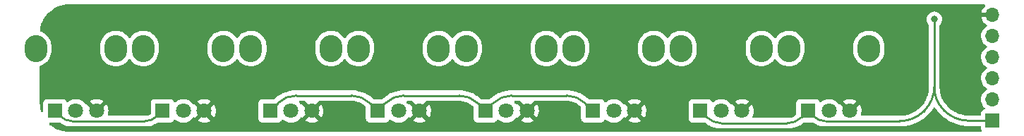
<source format=gbr>
%TF.GenerationSoftware,KiCad,Pcbnew,(6.0.1)*%
%TF.CreationDate,2022-09-16T10:26:10-07:00*%
%TF.ProjectId,8-pots-1-mux-rounded,382d706f-7473-42d3-912d-6d75782d726f,rev?*%
%TF.SameCoordinates,Original*%
%TF.FileFunction,Copper,L2,Bot*%
%TF.FilePolarity,Positive*%
%FSLAX46Y46*%
G04 Gerber Fmt 4.6, Leading zero omitted, Abs format (unit mm)*
G04 Created by KiCad (PCBNEW (6.0.1)) date 2022-09-16 10:26:10*
%MOMM*%
%LPD*%
G01*
G04 APERTURE LIST*
%TA.AperFunction,ComponentPad*%
%ADD10O,2.720000X3.240000*%
%TD*%
%TA.AperFunction,ComponentPad*%
%ADD11R,1.800000X1.800000*%
%TD*%
%TA.AperFunction,ComponentPad*%
%ADD12C,1.800000*%
%TD*%
%TA.AperFunction,ComponentPad*%
%ADD13R,1.700000X1.700000*%
%TD*%
%TA.AperFunction,ComponentPad*%
%ADD14O,1.700000X1.700000*%
%TD*%
%TA.AperFunction,ViaPad*%
%ADD15C,0.800000*%
%TD*%
%TA.AperFunction,Conductor*%
%ADD16C,0.250000*%
%TD*%
G04 APERTURE END LIST*
D10*
%TO.P,RV5,*%
%TO.N,*%
X143990000Y-31480000D03*
X153590000Y-31480000D03*
D11*
%TO.P,RV5,1,1*%
%TO.N,+3V3*%
X146290000Y-38980000D03*
D12*
%TO.P,RV5,2,2*%
%TO.N,MUX_IN_5*%
X148790000Y-38980000D03*
%TO.P,RV5,3,3*%
%TO.N,GND*%
X151290000Y-38980000D03*
%TD*%
D10*
%TO.P,RV6,*%
%TO.N,*%
X166480000Y-31480000D03*
X156880000Y-31480000D03*
D11*
%TO.P,RV6,1,1*%
%TO.N,+3V3*%
X159180000Y-38980000D03*
D12*
%TO.P,RV6,2,2*%
%TO.N,MUX_IN_6*%
X161680000Y-38980000D03*
%TO.P,RV6,3,3*%
%TO.N,GND*%
X164180000Y-38980000D03*
%TD*%
D10*
%TO.P,RV1,*%
%TO.N,*%
X92340000Y-31480000D03*
X101940000Y-31480000D03*
D11*
%TO.P,RV1,1,1*%
%TO.N,+3V3*%
X94640000Y-38980000D03*
D12*
%TO.P,RV1,2,2*%
%TO.N,MUX_IN_1*%
X97140000Y-38980000D03*
%TO.P,RV1,3,3*%
%TO.N,GND*%
X99640000Y-38980000D03*
%TD*%
D10*
%TO.P,RV7,*%
%TO.N,*%
X179380000Y-31480000D03*
X169780000Y-31480000D03*
D11*
%TO.P,RV7,1,1*%
%TO.N,+3V3*%
X172080000Y-38980000D03*
D12*
%TO.P,RV7,2,2*%
%TO.N,MUX_IN_7*%
X174580000Y-38980000D03*
%TO.P,RV7,3,3*%
%TO.N,GND*%
X177080000Y-38980000D03*
%TD*%
D10*
%TO.P,RV3,*%
%TO.N,*%
X127750000Y-31480000D03*
X118150000Y-31480000D03*
D11*
%TO.P,RV3,1,1*%
%TO.N,+3V3*%
X120450000Y-38980000D03*
D12*
%TO.P,RV3,2,2*%
%TO.N,MUX_IN_3*%
X122950000Y-38980000D03*
%TO.P,RV3,3,3*%
%TO.N,GND*%
X125450000Y-38980000D03*
%TD*%
D10*
%TO.P,RV8,*%
%TO.N,*%
X192300000Y-31480000D03*
X182700000Y-31480000D03*
D11*
%TO.P,RV8,1,1*%
%TO.N,+3V3*%
X185000000Y-38980000D03*
D12*
%TO.P,RV8,2,2*%
%TO.N,MUX_IN_8*%
X187500000Y-38980000D03*
%TO.P,RV8,3,3*%
%TO.N,GND*%
X190000000Y-38980000D03*
%TD*%
D10*
%TO.P,RV4,*%
%TO.N,*%
X131060000Y-31480000D03*
X140660000Y-31480000D03*
D11*
%TO.P,RV4,1,1*%
%TO.N,+3V3*%
X133360000Y-38980000D03*
D12*
%TO.P,RV4,2,2*%
%TO.N,MUX_IN_4*%
X135860000Y-38980000D03*
%TO.P,RV4,3,3*%
%TO.N,GND*%
X138360000Y-38980000D03*
%TD*%
D13*
%TO.P,J1,1,Pin_1*%
%TO.N,+3V3*%
X207120000Y-40150000D03*
D14*
%TO.P,J1,2,Pin_2*%
%TO.N,CHANNEL_SELECT_A*%
X207120000Y-37610000D03*
%TO.P,J1,3,Pin_3*%
%TO.N,CHANNEL_SELECT_B*%
X207120000Y-35070000D03*
%TO.P,J1,4,Pin_4*%
%TO.N,CHANNEL_SELECT_C*%
X207120000Y-32530000D03*
%TO.P,J1,5,Pin_5*%
%TO.N,MUX_OUT*%
X207120000Y-29990000D03*
%TO.P,J1,6,Pin_6*%
%TO.N,GND*%
X207120000Y-27450000D03*
%TD*%
D10*
%TO.P,RV2,*%
%TO.N,*%
X114840000Y-31480000D03*
X105240000Y-31480000D03*
D11*
%TO.P,RV2,1,1*%
%TO.N,+3V3*%
X107540000Y-38980000D03*
D12*
%TO.P,RV2,2,2*%
%TO.N,MUX_IN_2*%
X110040000Y-38980000D03*
%TO.P,RV2,3,3*%
%TO.N,GND*%
X112540000Y-38980000D03*
%TD*%
D15*
%TO.N,+3V3*%
X200150000Y-27960000D03*
%TD*%
D16*
%TO.N,+3V3*%
X200149999Y-36059527D02*
G75*
G02*
X198954653Y-38945343I-4081165J3D01*
G01*
X201210659Y-38810659D02*
G75*
G02*
X200150000Y-36059527I2801729J2660193D01*
G01*
X143148923Y-37140001D02*
G75*
G02*
X145369999Y-38060001I1J-3141075D01*
G01*
X174623589Y-40470000D02*
G75*
G02*
X172825000Y-39725000I3J2543595D01*
G01*
X105448282Y-40205300D02*
G75*
G03*
X106927350Y-39592650I-4J2091727D01*
G01*
X134279999Y-38059999D02*
G75*
G02*
X132440001Y-38059999I-919999J920001D01*
G01*
X147209999Y-38059999D02*
G75*
G02*
X145370001Y-38059999I-919999J920001D01*
G01*
X196005016Y-40204510D02*
G75*
G03*
X198890832Y-39009165I-4J4081170D01*
G01*
X147210000Y-38060000D02*
G75*
G02*
X149431076Y-37140000I2221074J-2221072D01*
G01*
X156038923Y-37140001D02*
G75*
G02*
X158259999Y-38060001I1J-3141075D01*
G01*
X130201852Y-37130000D02*
G75*
G02*
X132435000Y-38055000I3J-3158141D01*
G01*
X184387745Y-39592256D02*
G75*
G02*
X185612255Y-39592255I612255J-612253D01*
G01*
X187090371Y-40204510D02*
G75*
G02*
X185612256Y-39592254I3J2090378D01*
G01*
X96731717Y-40205300D02*
G75*
G02*
X95252650Y-39592650I1J2091718D01*
G01*
X121375000Y-38055000D02*
G75*
G02*
X123608147Y-37130000I2233143J-2233136D01*
G01*
X134280000Y-38060000D02*
G75*
G02*
X136501076Y-37140000I2221074J-2221072D01*
G01*
X182456410Y-40469999D02*
G75*
G03*
X184255000Y-39725000I-3J2543599D01*
G01*
X204240472Y-40149999D02*
G75*
G02*
X201354656Y-38954654I4J4081170D01*
G01*
X201210659Y-38810659D02*
X201354655Y-38954655D01*
X204240472Y-40150000D02*
X207120000Y-40150000D01*
X196005016Y-40204511D02*
X187090371Y-40204511D01*
X200150000Y-36059527D02*
X200150000Y-27960000D01*
X198954654Y-38945344D02*
X198890833Y-39009166D01*
X106927350Y-39592650D02*
X107540000Y-38980000D01*
X95252650Y-39592650D02*
X94640000Y-38980000D01*
X143148923Y-37140000D02*
X136501076Y-37140000D01*
X172825000Y-39725000D02*
X172080000Y-38980000D01*
X121375000Y-38055000D02*
X120450000Y-38980000D01*
X174623589Y-40470000D02*
X182456410Y-40470000D01*
X105448282Y-40205300D02*
X96731717Y-40205300D01*
X158260000Y-38060000D02*
X159180000Y-38980000D01*
X132440000Y-38060000D02*
X132435000Y-38055000D01*
X149431076Y-37140000D02*
X156038923Y-37140000D01*
X184387744Y-39592255D02*
X184255000Y-39725000D01*
X130201852Y-37130000D02*
X123608147Y-37130000D01*
%TD*%
%TA.AperFunction,Conductor*%
%TO.N,GND*%
G36*
X206161288Y-26188000D02*
G01*
X206229409Y-26208002D01*
X206275902Y-26261658D01*
X206286005Y-26331932D01*
X206256512Y-26396512D01*
X206236941Y-26414760D01*
X206219433Y-26427905D01*
X206211726Y-26434748D01*
X206064590Y-26588717D01*
X206058104Y-26596727D01*
X205938098Y-26772649D01*
X205933000Y-26781623D01*
X205843338Y-26974783D01*
X205839775Y-26984470D01*
X205784389Y-27184183D01*
X205785912Y-27192607D01*
X205798292Y-27196000D01*
X207248000Y-27196000D01*
X207316121Y-27216002D01*
X207362614Y-27269658D01*
X207374000Y-27322000D01*
X207374000Y-27578000D01*
X207353998Y-27646121D01*
X207300342Y-27692614D01*
X207248000Y-27704000D01*
X205803225Y-27704000D01*
X205789694Y-27707973D01*
X205788257Y-27717966D01*
X205818565Y-27852446D01*
X205821645Y-27862275D01*
X205901770Y-28059603D01*
X205906413Y-28068794D01*
X206017694Y-28250388D01*
X206023777Y-28258699D01*
X206163213Y-28419667D01*
X206170580Y-28426883D01*
X206334434Y-28562916D01*
X206342881Y-28568831D01*
X206411969Y-28609203D01*
X206460693Y-28660842D01*
X206473764Y-28730625D01*
X206447033Y-28796396D01*
X206406584Y-28829752D01*
X206393607Y-28836507D01*
X206389474Y-28839610D01*
X206389471Y-28839612D01*
X206219100Y-28967530D01*
X206214965Y-28970635D01*
X206060629Y-29132138D01*
X205934743Y-29316680D01*
X205889374Y-29414420D01*
X205848166Y-29503196D01*
X205840688Y-29519305D01*
X205780989Y-29734570D01*
X205757251Y-29956695D01*
X205770110Y-30179715D01*
X205771247Y-30184761D01*
X205771248Y-30184767D01*
X205783973Y-30241231D01*
X205819222Y-30397639D01*
X205903266Y-30604616D01*
X205905965Y-30609020D01*
X206002628Y-30766760D01*
X206019987Y-30795088D01*
X206166250Y-30963938D01*
X206338126Y-31106632D01*
X206363005Y-31121170D01*
X206411445Y-31149476D01*
X206460169Y-31201114D01*
X206473240Y-31270897D01*
X206446509Y-31336669D01*
X206406055Y-31370027D01*
X206393607Y-31376507D01*
X206389474Y-31379610D01*
X206389471Y-31379612D01*
X206219100Y-31507530D01*
X206214965Y-31510635D01*
X206060629Y-31672138D01*
X205934743Y-31856680D01*
X205840688Y-32059305D01*
X205780989Y-32274570D01*
X205757251Y-32496695D01*
X205757548Y-32501848D01*
X205757548Y-32501851D01*
X205763153Y-32599060D01*
X205770110Y-32719715D01*
X205771247Y-32724761D01*
X205771248Y-32724767D01*
X205787845Y-32798412D01*
X205819222Y-32937639D01*
X205838296Y-32984612D01*
X205892253Y-33117493D01*
X205903266Y-33144616D01*
X206019987Y-33335088D01*
X206166250Y-33503938D01*
X206338126Y-33646632D01*
X206408595Y-33687811D01*
X206411445Y-33689476D01*
X206460169Y-33741114D01*
X206473240Y-33810897D01*
X206446509Y-33876669D01*
X206406055Y-33910027D01*
X206393607Y-33916507D01*
X206389474Y-33919610D01*
X206389471Y-33919612D01*
X206219100Y-34047530D01*
X206214965Y-34050635D01*
X206060629Y-34212138D01*
X205934743Y-34396680D01*
X205840688Y-34599305D01*
X205780989Y-34814570D01*
X205757251Y-35036695D01*
X205770110Y-35259715D01*
X205771247Y-35264761D01*
X205771248Y-35264767D01*
X205795304Y-35371508D01*
X205819222Y-35477639D01*
X205903266Y-35684616D01*
X206019987Y-35875088D01*
X206166250Y-36043938D01*
X206338126Y-36186632D01*
X206362473Y-36200859D01*
X206411445Y-36229476D01*
X206460169Y-36281114D01*
X206473240Y-36350897D01*
X206446509Y-36416669D01*
X206406055Y-36450027D01*
X206393607Y-36456507D01*
X206389474Y-36459610D01*
X206389471Y-36459612D01*
X206254568Y-36560900D01*
X206214965Y-36590635D01*
X206211393Y-36594373D01*
X206074013Y-36738133D01*
X206060629Y-36752138D01*
X205934743Y-36936680D01*
X205840688Y-37139305D01*
X205780989Y-37354570D01*
X205757251Y-37576695D01*
X205757548Y-37581848D01*
X205757548Y-37581851D01*
X205763978Y-37693373D01*
X205770110Y-37799715D01*
X205771247Y-37804761D01*
X205771248Y-37804767D01*
X205779573Y-37841705D01*
X205819222Y-38017639D01*
X205874764Y-38154424D01*
X205890909Y-38194183D01*
X205903266Y-38224616D01*
X205905965Y-38229020D01*
X206013828Y-38405037D01*
X206019987Y-38415088D01*
X206166250Y-38583938D01*
X206170230Y-38587242D01*
X206174981Y-38591187D01*
X206214616Y-38650090D01*
X206216113Y-38721071D01*
X206178997Y-38781593D01*
X206138724Y-38806112D01*
X206023295Y-38849385D01*
X205906739Y-38936739D01*
X205819385Y-39053295D01*
X205768255Y-39189684D01*
X205761500Y-39251866D01*
X205761500Y-39390500D01*
X205741498Y-39458621D01*
X205687842Y-39505114D01*
X205635500Y-39516500D01*
X204290491Y-39516500D01*
X204274045Y-39515422D01*
X204254687Y-39512873D01*
X204254683Y-39512873D01*
X204247156Y-39511882D01*
X204239609Y-39512715D01*
X204239603Y-39512715D01*
X204226135Y-39514202D01*
X204206130Y-39514811D01*
X204020115Y-39505673D01*
X203908721Y-39500201D01*
X203896425Y-39498989D01*
X203573991Y-39451161D01*
X203561870Y-39448751D01*
X203403860Y-39409171D01*
X203245675Y-39369547D01*
X203233843Y-39365958D01*
X202926938Y-39256146D01*
X202915514Y-39251414D01*
X202717733Y-39157871D01*
X202620846Y-39112047D01*
X202609945Y-39106220D01*
X202520049Y-39052338D01*
X202404308Y-38982966D01*
X202330360Y-38938643D01*
X202320079Y-38931773D01*
X202058271Y-38737602D01*
X202048713Y-38729758D01*
X201833592Y-38534785D01*
X201818246Y-38518129D01*
X201815224Y-38514190D01*
X201815218Y-38514184D01*
X201810598Y-38508163D01*
X201804674Y-38503417D01*
X201804672Y-38503415D01*
X201783166Y-38486186D01*
X201772850Y-38476946D01*
X201700942Y-38405037D01*
X201688122Y-38390031D01*
X201682484Y-38382276D01*
X201678015Y-38376128D01*
X201672209Y-38371224D01*
X201672205Y-38371220D01*
X201661834Y-38362461D01*
X201647625Y-38348383D01*
X201467964Y-38139592D01*
X201460391Y-38129866D01*
X201329150Y-37943155D01*
X201285764Y-37881431D01*
X201279178Y-37871013D01*
X201129657Y-37606685D01*
X201124120Y-37595672D01*
X201001151Y-37318013D01*
X200996716Y-37306510D01*
X200941484Y-37139305D01*
X200901463Y-37018146D01*
X200898176Y-37006272D01*
X200896785Y-37000082D01*
X200841039Y-36752138D01*
X200831565Y-36710001D01*
X200829452Y-36697856D01*
X200794611Y-36416669D01*
X200792109Y-36396472D01*
X200791194Y-36384179D01*
X200784696Y-36128392D01*
X200784752Y-36120244D01*
X200785494Y-36101364D01*
X200786560Y-36090398D01*
X200786617Y-36088728D01*
X200787784Y-36081228D01*
X200787424Y-36077075D01*
X200787432Y-36076976D01*
X200788013Y-36072891D01*
X200788153Y-36059527D01*
X200784413Y-36028620D01*
X200783500Y-36013485D01*
X200783500Y-28662524D01*
X200803502Y-28594403D01*
X200815858Y-28578221D01*
X200889040Y-28496944D01*
X200984527Y-28331556D01*
X201043542Y-28149928D01*
X201044933Y-28136700D01*
X201062814Y-27966565D01*
X201063504Y-27960000D01*
X201043542Y-27770072D01*
X200984527Y-27588444D01*
X200889040Y-27423056D01*
X200761253Y-27281134D01*
X200606752Y-27168882D01*
X200600724Y-27166198D01*
X200600722Y-27166197D01*
X200438319Y-27093891D01*
X200438318Y-27093891D01*
X200432288Y-27091206D01*
X200338888Y-27071353D01*
X200251944Y-27052872D01*
X200251939Y-27052872D01*
X200245487Y-27051500D01*
X200054513Y-27051500D01*
X200048061Y-27052872D01*
X200048056Y-27052872D01*
X199961112Y-27071353D01*
X199867712Y-27091206D01*
X199861682Y-27093891D01*
X199861681Y-27093891D01*
X199699278Y-27166197D01*
X199699276Y-27166198D01*
X199693248Y-27168882D01*
X199538747Y-27281134D01*
X199410960Y-27423056D01*
X199315473Y-27588444D01*
X199256458Y-27770072D01*
X199236496Y-27960000D01*
X199237186Y-27966565D01*
X199255068Y-28136700D01*
X199256458Y-28149928D01*
X199315473Y-28331556D01*
X199410960Y-28496944D01*
X199484137Y-28578215D01*
X199514853Y-28642221D01*
X199516500Y-28662524D01*
X199516500Y-35996571D01*
X199514790Y-36017256D01*
X199513155Y-36027077D01*
X199513154Y-36027088D01*
X199512478Y-36031149D01*
X199512024Y-36044506D01*
X199512423Y-36048614D01*
X199512426Y-36048711D01*
X199511882Y-36052844D01*
X199512709Y-36060332D01*
X199512714Y-36060584D01*
X199512680Y-36063826D01*
X199512822Y-36066013D01*
X199513705Y-36110270D01*
X199513578Y-36118965D01*
X199510416Y-36183327D01*
X199502064Y-36353357D01*
X199500201Y-36391273D01*
X199498989Y-36403574D01*
X199467917Y-36613051D01*
X199451162Y-36726005D01*
X199448751Y-36738129D01*
X199425226Y-36832046D01*
X199369547Y-37054324D01*
X199365958Y-37066156D01*
X199256146Y-37373061D01*
X199251414Y-37384485D01*
X199112049Y-37679148D01*
X199106220Y-37690053D01*
X198938642Y-37969639D01*
X198931772Y-37979920D01*
X198737607Y-38241722D01*
X198729762Y-38251281D01*
X198534776Y-38466413D01*
X198518125Y-38481755D01*
X198514190Y-38484775D01*
X198508162Y-38489401D01*
X198503412Y-38495330D01*
X198503410Y-38495332D01*
X198486816Y-38516044D01*
X198465187Y-38537226D01*
X198450365Y-38548599D01*
X198450363Y-38548601D01*
X198444341Y-38553222D01*
X198439595Y-38559146D01*
X198439593Y-38559148D01*
X198431114Y-38569732D01*
X198417396Y-38584311D01*
X198196775Y-38784269D01*
X198187217Y-38792113D01*
X197925409Y-38986284D01*
X197915128Y-38993154D01*
X197827522Y-39045663D01*
X197640315Y-39157871D01*
X197635543Y-39160731D01*
X197624642Y-39166558D01*
X197531713Y-39210510D01*
X197329974Y-39305925D01*
X197318550Y-39310657D01*
X197011645Y-39420469D01*
X196999813Y-39424058D01*
X196807463Y-39472240D01*
X196683618Y-39503262D01*
X196671497Y-39505672D01*
X196349063Y-39553500D01*
X196336767Y-39554712D01*
X196158998Y-39563445D01*
X196046776Y-39568958D01*
X196024150Y-39568032D01*
X196019231Y-39567384D01*
X196019225Y-39567384D01*
X196011698Y-39566393D01*
X195979271Y-39569973D01*
X195976762Y-39570250D01*
X195962935Y-39571011D01*
X191462035Y-39571011D01*
X191393914Y-39551009D01*
X191347421Y-39497353D01*
X191337317Y-39427079D01*
X191341477Y-39408382D01*
X191379415Y-39283517D01*
X191381594Y-39273436D01*
X191410702Y-39052338D01*
X191411221Y-39045663D01*
X191412744Y-38983364D01*
X191412550Y-38976646D01*
X191394279Y-38754400D01*
X191392596Y-38744238D01*
X191338710Y-38529708D01*
X191335389Y-38519953D01*
X191247193Y-38317118D01*
X191242315Y-38308020D01*
X191169224Y-38195038D01*
X191158538Y-38185835D01*
X191148973Y-38190238D01*
X190089095Y-39250115D01*
X190026783Y-39284141D01*
X189955967Y-39279076D01*
X189910905Y-39250115D01*
X188853866Y-38193077D01*
X188842329Y-38186777D01*
X188832877Y-38194183D01*
X188766918Y-38220450D01*
X188697229Y-38206887D01*
X188649377Y-38163440D01*
X188645762Y-38157851D01*
X188619764Y-38117665D01*
X188463887Y-37946358D01*
X188459836Y-37943159D01*
X188459832Y-37943155D01*
X188304790Y-37820711D01*
X189205508Y-37820711D01*
X189212251Y-37833040D01*
X189987189Y-38607979D01*
X190001132Y-38615592D01*
X190002966Y-38615461D01*
X190009580Y-38611210D01*
X190788994Y-37831795D01*
X190796011Y-37818944D01*
X190788237Y-37808274D01*
X190785902Y-37806430D01*
X190777320Y-37800729D01*
X190583678Y-37693833D01*
X190574272Y-37689606D01*
X190365772Y-37615772D01*
X190355809Y-37613140D01*
X190138047Y-37574350D01*
X190127796Y-37573381D01*
X189906616Y-37570679D01*
X189896332Y-37571399D01*
X189677693Y-37604855D01*
X189667666Y-37607244D01*
X189457426Y-37675961D01*
X189447916Y-37679958D01*
X189251725Y-37782089D01*
X189243007Y-37787578D01*
X189213961Y-37809386D01*
X189205508Y-37820711D01*
X188304790Y-37820711D01*
X188286177Y-37806011D01*
X188286172Y-37806008D01*
X188282123Y-37802810D01*
X188277607Y-37800317D01*
X188277604Y-37800315D01*
X188083879Y-37693373D01*
X188083875Y-37693371D01*
X188079355Y-37690876D01*
X188074486Y-37689152D01*
X188074482Y-37689150D01*
X187865903Y-37615288D01*
X187865899Y-37615287D01*
X187861028Y-37613562D01*
X187855935Y-37612655D01*
X187855932Y-37612654D01*
X187638095Y-37573851D01*
X187638089Y-37573850D01*
X187633006Y-37572945D01*
X187560096Y-37572054D01*
X187406581Y-37570179D01*
X187406579Y-37570179D01*
X187401411Y-37570116D01*
X187172464Y-37605150D01*
X186952314Y-37677106D01*
X186947726Y-37679494D01*
X186947722Y-37679496D01*
X186760175Y-37777127D01*
X186746872Y-37784052D01*
X186742739Y-37787155D01*
X186742736Y-37787157D01*
X186561655Y-37923117D01*
X186560976Y-37922213D01*
X186501730Y-37950131D01*
X186431341Y-37940869D01*
X186377132Y-37895022D01*
X186364325Y-37869866D01*
X186353768Y-37841705D01*
X186353767Y-37841703D01*
X186350615Y-37833295D01*
X186263261Y-37716739D01*
X186146705Y-37629385D01*
X186010316Y-37578255D01*
X185948134Y-37571500D01*
X184051866Y-37571500D01*
X183989684Y-37578255D01*
X183853295Y-37629385D01*
X183736739Y-37716739D01*
X183649385Y-37833295D01*
X183598255Y-37969684D01*
X183591500Y-38031866D01*
X183591500Y-39392945D01*
X183571498Y-39461066D01*
X183535503Y-39497709D01*
X183425757Y-39571039D01*
X183418323Y-39576006D01*
X183404051Y-39584246D01*
X183194773Y-39687451D01*
X183179545Y-39693758D01*
X182958600Y-39768758D01*
X182942681Y-39773024D01*
X182713823Y-39818547D01*
X182697482Y-39820698D01*
X182496668Y-39833860D01*
X182471987Y-39833053D01*
X182470900Y-39832910D01*
X182470620Y-39832873D01*
X182470619Y-39832873D01*
X182463092Y-39831882D01*
X182428156Y-39835739D01*
X182414329Y-39836500D01*
X178430172Y-39836500D01*
X178362051Y-39816498D01*
X178315558Y-39762842D01*
X178305454Y-39692568D01*
X178317215Y-39654673D01*
X178391318Y-39504737D01*
X178395117Y-39495142D01*
X178459415Y-39283517D01*
X178461594Y-39273436D01*
X178490702Y-39052338D01*
X178491221Y-39045663D01*
X178492744Y-38983364D01*
X178492550Y-38976646D01*
X178474279Y-38754400D01*
X178472596Y-38744238D01*
X178418710Y-38529708D01*
X178415389Y-38519953D01*
X178327193Y-38317118D01*
X178322315Y-38308020D01*
X178249224Y-38195038D01*
X178238538Y-38185835D01*
X178228973Y-38190238D01*
X177169095Y-39250115D01*
X177106783Y-39284141D01*
X177035967Y-39279076D01*
X176990905Y-39250115D01*
X175933866Y-38193077D01*
X175922329Y-38186777D01*
X175912877Y-38194183D01*
X175846918Y-38220450D01*
X175777229Y-38206887D01*
X175729377Y-38163440D01*
X175725762Y-38157851D01*
X175699764Y-38117665D01*
X175543887Y-37946358D01*
X175539836Y-37943159D01*
X175539832Y-37943155D01*
X175384790Y-37820711D01*
X176285508Y-37820711D01*
X176292251Y-37833040D01*
X177067189Y-38607979D01*
X177081132Y-38615592D01*
X177082966Y-38615461D01*
X177089580Y-38611210D01*
X177868994Y-37831795D01*
X177876011Y-37818944D01*
X177868237Y-37808274D01*
X177865902Y-37806430D01*
X177857320Y-37800729D01*
X177663678Y-37693833D01*
X177654272Y-37689606D01*
X177445772Y-37615772D01*
X177435809Y-37613140D01*
X177218047Y-37574350D01*
X177207796Y-37573381D01*
X176986616Y-37570679D01*
X176976332Y-37571399D01*
X176757693Y-37604855D01*
X176747666Y-37607244D01*
X176537426Y-37675961D01*
X176527916Y-37679958D01*
X176331725Y-37782089D01*
X176323007Y-37787578D01*
X176293961Y-37809386D01*
X176285508Y-37820711D01*
X175384790Y-37820711D01*
X175366177Y-37806011D01*
X175366172Y-37806008D01*
X175362123Y-37802810D01*
X175357607Y-37800317D01*
X175357604Y-37800315D01*
X175163879Y-37693373D01*
X175163875Y-37693371D01*
X175159355Y-37690876D01*
X175154486Y-37689152D01*
X175154482Y-37689150D01*
X174945903Y-37615288D01*
X174945899Y-37615287D01*
X174941028Y-37613562D01*
X174935935Y-37612655D01*
X174935932Y-37612654D01*
X174718095Y-37573851D01*
X174718089Y-37573850D01*
X174713006Y-37572945D01*
X174640096Y-37572054D01*
X174486581Y-37570179D01*
X174486579Y-37570179D01*
X174481411Y-37570116D01*
X174252464Y-37605150D01*
X174032314Y-37677106D01*
X174027726Y-37679494D01*
X174027722Y-37679496D01*
X173840175Y-37777127D01*
X173826872Y-37784052D01*
X173822739Y-37787155D01*
X173822736Y-37787157D01*
X173641655Y-37923117D01*
X173640976Y-37922213D01*
X173581730Y-37950131D01*
X173511341Y-37940869D01*
X173457132Y-37895022D01*
X173444325Y-37869866D01*
X173433768Y-37841705D01*
X173433767Y-37841703D01*
X173430615Y-37833295D01*
X173343261Y-37716739D01*
X173226705Y-37629385D01*
X173090316Y-37578255D01*
X173028134Y-37571500D01*
X171131866Y-37571500D01*
X171069684Y-37578255D01*
X170933295Y-37629385D01*
X170816739Y-37716739D01*
X170729385Y-37833295D01*
X170678255Y-37969684D01*
X170671500Y-38031866D01*
X170671500Y-39928134D01*
X170678255Y-39990316D01*
X170729385Y-40126705D01*
X170816739Y-40243261D01*
X170933295Y-40330615D01*
X171069684Y-40381745D01*
X171131866Y-40388500D01*
X172568331Y-40388500D01*
X172636452Y-40408502D01*
X172643382Y-40413292D01*
X172856365Y-40571250D01*
X172859005Y-40572833D01*
X172859015Y-40572839D01*
X173054797Y-40690185D01*
X173124114Y-40731732D01*
X173126893Y-40733046D01*
X173126896Y-40733048D01*
X173403511Y-40863878D01*
X173403520Y-40863882D01*
X173406303Y-40865198D01*
X173494295Y-40896682D01*
X173697311Y-40969323D01*
X173697319Y-40969325D01*
X173700216Y-40970362D01*
X173850244Y-41007942D01*
X174000019Y-41045459D01*
X174000023Y-41045460D01*
X174003022Y-41046211D01*
X174006084Y-41046665D01*
X174006088Y-41046666D01*
X174139778Y-41066497D01*
X174311804Y-41092015D01*
X174314888Y-41092166D01*
X174314893Y-41092167D01*
X174543078Y-41103376D01*
X174543003Y-41104895D01*
X174545542Y-41104572D01*
X174545595Y-41103500D01*
X174548169Y-41103627D01*
X174551636Y-41103797D01*
X174551637Y-41103797D01*
X174574450Y-41104918D01*
X174590063Y-41105685D01*
X174601629Y-41106790D01*
X174606125Y-41107430D01*
X174606132Y-41107431D01*
X174610224Y-41108013D01*
X174617673Y-41108091D01*
X174619468Y-41108110D01*
X174619470Y-41108110D01*
X174623588Y-41108153D01*
X174627678Y-41107658D01*
X174627679Y-41107658D01*
X174643982Y-41105685D01*
X174654495Y-41104413D01*
X174669630Y-41103500D01*
X182402416Y-41103500D01*
X182420170Y-41104757D01*
X182443047Y-41108013D01*
X182449243Y-41108078D01*
X182452278Y-41108110D01*
X182452283Y-41108110D01*
X182456411Y-41108153D01*
X182460508Y-41107657D01*
X182460510Y-41107657D01*
X182461713Y-41107511D01*
X182463388Y-41107308D01*
X182472340Y-41106548D01*
X182555558Y-41102460D01*
X182765106Y-41092166D01*
X182765111Y-41092166D01*
X182768195Y-41092014D01*
X182940215Y-41066497D01*
X183073911Y-41046665D01*
X183073915Y-41046664D01*
X183076977Y-41046210D01*
X183079976Y-41045459D01*
X183079980Y-41045458D01*
X183229755Y-41007941D01*
X183379783Y-40970361D01*
X183382680Y-40969324D01*
X183382688Y-40969322D01*
X183515203Y-40921907D01*
X183673695Y-40865198D01*
X183676478Y-40863882D01*
X183676487Y-40863878D01*
X183953103Y-40733048D01*
X183953106Y-40733046D01*
X183955885Y-40731732D01*
X184025202Y-40690185D01*
X184220984Y-40572839D01*
X184220994Y-40572833D01*
X184223634Y-40571250D01*
X184436611Y-40413296D01*
X184503240Y-40388782D01*
X184511668Y-40388500D01*
X185548511Y-40388500D01*
X185621422Y-40411738D01*
X185638901Y-40424140D01*
X185641993Y-40425849D01*
X185641998Y-40425852D01*
X185744474Y-40482488D01*
X185906666Y-40572128D01*
X186189316Y-40689206D01*
X186483297Y-40773901D01*
X186784913Y-40825148D01*
X187009329Y-40837751D01*
X187009254Y-40839089D01*
X187010341Y-40838954D01*
X187010341Y-40838011D01*
X187010418Y-40838011D01*
X187013941Y-40838110D01*
X187013947Y-40838011D01*
X187016695Y-40838165D01*
X187016696Y-40838165D01*
X187021711Y-40838446D01*
X187021715Y-40838447D01*
X187056011Y-40840373D01*
X187060362Y-40840617D01*
X187071044Y-40841676D01*
X187077006Y-40842524D01*
X187084167Y-40842599D01*
X187086250Y-40842621D01*
X187086252Y-40842621D01*
X187090370Y-40842664D01*
X187094460Y-40842169D01*
X187094461Y-40842169D01*
X187107285Y-40840617D01*
X187121277Y-40838924D01*
X187136412Y-40838011D01*
X195951022Y-40838011D01*
X195968776Y-40839268D01*
X195991653Y-40842524D01*
X195998150Y-40842592D01*
X196000890Y-40842621D01*
X196000894Y-40842621D01*
X196005017Y-40842664D01*
X196011127Y-40841925D01*
X196012366Y-40841775D01*
X196022550Y-40840960D01*
X196375210Y-40827103D01*
X196377655Y-40826814D01*
X196377663Y-40826813D01*
X196597768Y-40800761D01*
X196743121Y-40783557D01*
X196871012Y-40758118D01*
X197104050Y-40711764D01*
X197104061Y-40711761D01*
X197106481Y-40711280D01*
X197108857Y-40710610D01*
X197108869Y-40710607D01*
X197460661Y-40611391D01*
X197460666Y-40611389D01*
X197463050Y-40610717D01*
X197810631Y-40482488D01*
X197824024Y-40476314D01*
X198070669Y-40362608D01*
X198147078Y-40327383D01*
X198149217Y-40326185D01*
X198149227Y-40326180D01*
X198386055Y-40193550D01*
X198470320Y-40146360D01*
X198499736Y-40126705D01*
X198776297Y-39941913D01*
X198776301Y-39941910D01*
X198778362Y-39940533D01*
X198931057Y-39820158D01*
X199067357Y-39712708D01*
X199067362Y-39712704D01*
X199069305Y-39711172D01*
X199072827Y-39707917D01*
X199316822Y-39482370D01*
X199326696Y-39474137D01*
X199329222Y-39472240D01*
X199329225Y-39472238D01*
X199332526Y-39469759D01*
X199337012Y-39465366D01*
X199339122Y-39463301D01*
X199339126Y-39463297D01*
X199342075Y-39460409D01*
X199344621Y-39457162D01*
X199344629Y-39457153D01*
X199358003Y-39440096D01*
X199381503Y-39417083D01*
X199396348Y-39405937D01*
X199399401Y-39402947D01*
X199402946Y-39399476D01*
X199402952Y-39399469D01*
X199405896Y-39396586D01*
X199408443Y-39393338D01*
X199408447Y-39393333D01*
X199410471Y-39390752D01*
X199417098Y-39382972D01*
X199429508Y-39369547D01*
X199656660Y-39123817D01*
X199658177Y-39121893D01*
X199658187Y-39121881D01*
X199884485Y-38834821D01*
X199886021Y-38832873D01*
X200034646Y-38610441D01*
X200089122Y-38564913D01*
X200159565Y-38556065D01*
X200223609Y-38586706D01*
X200247351Y-38615445D01*
X200259433Y-38635510D01*
X200259439Y-38635520D01*
X200260851Y-38637864D01*
X200491180Y-38954441D01*
X200670652Y-39160731D01*
X200705147Y-39200381D01*
X200704414Y-39201019D01*
X200705925Y-39202213D01*
X200706117Y-39202021D01*
X200706532Y-39202436D01*
X200707446Y-39203416D01*
X200707761Y-39203665D01*
X200709633Y-39205537D01*
X200728766Y-39227529D01*
X200729923Y-39228859D01*
X200733764Y-39233736D01*
X200733787Y-39233717D01*
X200736385Y-39236906D01*
X200738779Y-39240273D01*
X200747879Y-39250061D01*
X200776150Y-39273436D01*
X200779541Y-39276240D01*
X200788346Y-39284251D01*
X200868521Y-39364426D01*
X200880186Y-39377868D01*
X200889860Y-39390752D01*
X200894062Y-39396349D01*
X200903413Y-39405898D01*
X200906657Y-39408441D01*
X200906663Y-39408447D01*
X200909234Y-39410462D01*
X200917017Y-39417090D01*
X201004232Y-39497711D01*
X201133792Y-39617475D01*
X201176183Y-39656661D01*
X201178126Y-39658193D01*
X201178131Y-39658197D01*
X201316269Y-39767096D01*
X201467126Y-39886022D01*
X201469187Y-39887399D01*
X201469191Y-39887402D01*
X201773113Y-40090476D01*
X201775168Y-40091849D01*
X201777320Y-40093054D01*
X202096261Y-40271669D01*
X202096271Y-40271674D01*
X202098410Y-40272872D01*
X202100651Y-40273905D01*
X202431519Y-40426438D01*
X202434857Y-40427977D01*
X202782438Y-40556206D01*
X202784822Y-40556878D01*
X202784827Y-40556880D01*
X203136619Y-40656096D01*
X203136631Y-40656099D01*
X203139007Y-40656769D01*
X203141427Y-40657250D01*
X203141438Y-40657253D01*
X203321398Y-40693049D01*
X203502367Y-40729046D01*
X203647720Y-40746250D01*
X203867825Y-40772302D01*
X203867833Y-40772303D01*
X203870278Y-40772592D01*
X204207091Y-40785826D01*
X204219883Y-40786985D01*
X204227107Y-40788013D01*
X204234268Y-40788088D01*
X204236351Y-40788110D01*
X204236353Y-40788110D01*
X204240471Y-40788153D01*
X204244561Y-40787658D01*
X204244562Y-40787658D01*
X204252218Y-40786731D01*
X204271378Y-40784413D01*
X204286513Y-40783500D01*
X205635500Y-40783500D01*
X205703621Y-40803502D01*
X205750114Y-40857158D01*
X205761500Y-40909500D01*
X205761500Y-41048134D01*
X205768255Y-41110316D01*
X205819385Y-41246705D01*
X205841534Y-41276258D01*
X205866380Y-41342763D01*
X205851327Y-41412145D01*
X205801152Y-41462375D01*
X205740713Y-41477821D01*
X96369314Y-41482010D01*
X96349934Y-41480510D01*
X96339640Y-41478908D01*
X96335141Y-41478207D01*
X96335140Y-41478207D01*
X96326270Y-41476826D01*
X96306946Y-41479353D01*
X96284430Y-41480265D01*
X95983899Y-41465500D01*
X95971605Y-41464290D01*
X95644866Y-41415822D01*
X95632744Y-41413412D01*
X95539777Y-41390125D01*
X95312328Y-41333151D01*
X95300496Y-41329562D01*
X94989493Y-41218284D01*
X94978069Y-41213552D01*
X94754925Y-41108013D01*
X94679467Y-41072324D01*
X94668566Y-41066497D01*
X94637930Y-41048134D01*
X94385248Y-40896682D01*
X94374967Y-40889812D01*
X94109663Y-40693049D01*
X94100105Y-40685205D01*
X94014767Y-40607860D01*
X93977725Y-40547293D01*
X93979309Y-40476314D01*
X94019015Y-40417459D01*
X94084238Y-40389414D01*
X94099383Y-40388500D01*
X95188314Y-40388500D01*
X95261225Y-40411738D01*
X95279530Y-40424726D01*
X95282617Y-40426432D01*
X95282627Y-40426438D01*
X95385586Y-40483341D01*
X95547427Y-40572787D01*
X95830217Y-40689923D01*
X95833612Y-40690901D01*
X95833615Y-40690902D01*
X95873803Y-40702480D01*
X96124344Y-40774659D01*
X96426109Y-40825931D01*
X96643941Y-40838165D01*
X96650689Y-40838544D01*
X96650614Y-40839877D01*
X96651687Y-40839743D01*
X96651687Y-40838800D01*
X96651712Y-40838800D01*
X96655263Y-40838900D01*
X96655269Y-40838801D01*
X96658020Y-40838956D01*
X96658023Y-40838956D01*
X96663092Y-40839240D01*
X96663097Y-40839241D01*
X96701736Y-40841411D01*
X96712413Y-40842468D01*
X96714281Y-40842734D01*
X96714287Y-40842734D01*
X96718353Y-40843313D01*
X96724533Y-40843378D01*
X96727597Y-40843410D01*
X96727599Y-40843410D01*
X96731717Y-40843453D01*
X96735807Y-40842958D01*
X96735808Y-40842958D01*
X96750665Y-40841160D01*
X96762624Y-40839713D01*
X96777759Y-40838800D01*
X105394288Y-40838800D01*
X105412042Y-40840057D01*
X105434919Y-40843313D01*
X105441159Y-40843378D01*
X105444151Y-40843410D01*
X105444155Y-40843410D01*
X105448283Y-40843453D01*
X105452380Y-40842957D01*
X105454906Y-40842818D01*
X105457867Y-40842556D01*
X105655488Y-40831457D01*
X105753891Y-40825931D01*
X106055656Y-40774659D01*
X106338929Y-40693049D01*
X106346385Y-40690901D01*
X106346386Y-40690901D01*
X106349783Y-40689922D01*
X106353052Y-40688568D01*
X106629304Y-40574141D01*
X106629309Y-40574138D01*
X106632572Y-40572787D01*
X106636859Y-40570418D01*
X106838044Y-40459226D01*
X106900469Y-40424725D01*
X106918771Y-40411739D01*
X106991683Y-40388500D01*
X108488134Y-40388500D01*
X108550316Y-40381745D01*
X108686705Y-40330615D01*
X108803261Y-40243261D01*
X108890615Y-40126705D01*
X108905686Y-40086504D01*
X108948328Y-40029739D01*
X109014890Y-40005040D01*
X109084239Y-40020248D01*
X109104150Y-40033788D01*
X109229349Y-40137730D01*
X109429322Y-40254584D01*
X109645694Y-40337209D01*
X109650760Y-40338240D01*
X109650761Y-40338240D01*
X109703846Y-40349040D01*
X109872656Y-40383385D01*
X110002089Y-40388131D01*
X110098949Y-40391683D01*
X110098953Y-40391683D01*
X110104113Y-40391872D01*
X110109233Y-40391216D01*
X110109235Y-40391216D01*
X110183166Y-40381745D01*
X110333847Y-40362442D01*
X110338795Y-40360957D01*
X110338802Y-40360956D01*
X110550747Y-40297369D01*
X110555690Y-40295886D01*
X110602668Y-40272872D01*
X110759049Y-40196262D01*
X110759052Y-40196260D01*
X110763684Y-40193991D01*
X110837406Y-40141406D01*
X111743423Y-40141406D01*
X111748704Y-40148461D01*
X111925080Y-40251527D01*
X111934363Y-40255974D01*
X112141003Y-40334883D01*
X112150901Y-40337759D01*
X112367653Y-40381857D01*
X112377883Y-40383076D01*
X112598914Y-40391182D01*
X112609223Y-40390714D01*
X112828623Y-40362608D01*
X112838688Y-40360468D01*
X113050557Y-40296905D01*
X113060152Y-40293144D01*
X113258778Y-40195838D01*
X113267636Y-40190559D01*
X113325097Y-40149572D01*
X113333497Y-40138874D01*
X113326510Y-40125721D01*
X113128923Y-39928134D01*
X119041500Y-39928134D01*
X119048255Y-39990316D01*
X119099385Y-40126705D01*
X119186739Y-40243261D01*
X119303295Y-40330615D01*
X119439684Y-40381745D01*
X119501866Y-40388500D01*
X121398134Y-40388500D01*
X121460316Y-40381745D01*
X121596705Y-40330615D01*
X121713261Y-40243261D01*
X121800615Y-40126705D01*
X121815686Y-40086504D01*
X121858328Y-40029739D01*
X121924890Y-40005040D01*
X121994239Y-40020248D01*
X122014150Y-40033788D01*
X122139349Y-40137730D01*
X122339322Y-40254584D01*
X122555694Y-40337209D01*
X122560760Y-40338240D01*
X122560761Y-40338240D01*
X122613846Y-40349040D01*
X122782656Y-40383385D01*
X122912089Y-40388131D01*
X123008949Y-40391683D01*
X123008953Y-40391683D01*
X123014113Y-40391872D01*
X123019233Y-40391216D01*
X123019235Y-40391216D01*
X123093166Y-40381745D01*
X123243847Y-40362442D01*
X123248795Y-40360957D01*
X123248802Y-40360956D01*
X123460747Y-40297369D01*
X123465690Y-40295886D01*
X123512668Y-40272872D01*
X123669049Y-40196262D01*
X123669052Y-40196260D01*
X123673684Y-40193991D01*
X123747406Y-40141406D01*
X124653423Y-40141406D01*
X124658704Y-40148461D01*
X124835080Y-40251527D01*
X124844363Y-40255974D01*
X125051003Y-40334883D01*
X125060901Y-40337759D01*
X125277653Y-40381857D01*
X125287883Y-40383076D01*
X125508914Y-40391182D01*
X125519223Y-40390714D01*
X125738623Y-40362608D01*
X125748688Y-40360468D01*
X125960557Y-40296905D01*
X125970152Y-40293144D01*
X126168778Y-40195838D01*
X126177636Y-40190559D01*
X126235097Y-40149572D01*
X126243497Y-40138874D01*
X126236510Y-40125721D01*
X125462811Y-39352021D01*
X125448868Y-39344408D01*
X125447034Y-39344539D01*
X125440420Y-39348790D01*
X124660180Y-40129031D01*
X124653423Y-40141406D01*
X123747406Y-40141406D01*
X123862243Y-40059494D01*
X124026303Y-39896005D01*
X124100714Y-39792451D01*
X124156709Y-39748803D01*
X124227412Y-39742357D01*
X124287572Y-39772543D01*
X124290555Y-39775242D01*
X124299330Y-39771459D01*
X125077979Y-38992811D01*
X125084356Y-38981132D01*
X125814408Y-38981132D01*
X125814539Y-38982966D01*
X125818790Y-38989580D01*
X126596307Y-39767096D01*
X126608313Y-39773652D01*
X126620052Y-39764684D01*
X126658010Y-39711859D01*
X126663321Y-39703020D01*
X126761318Y-39504737D01*
X126765117Y-39495142D01*
X126829415Y-39283517D01*
X126831594Y-39273436D01*
X126860702Y-39052338D01*
X126861221Y-39045663D01*
X126862744Y-38983364D01*
X126862550Y-38976646D01*
X126844279Y-38754400D01*
X126842596Y-38744238D01*
X126788710Y-38529708D01*
X126785389Y-38519953D01*
X126697193Y-38317118D01*
X126692315Y-38308020D01*
X126619224Y-38195038D01*
X126608538Y-38185835D01*
X126598973Y-38190238D01*
X125822021Y-38967189D01*
X125814408Y-38981132D01*
X125084356Y-38981132D01*
X125085592Y-38978868D01*
X125085461Y-38977034D01*
X125081210Y-38970420D01*
X124303862Y-38193073D01*
X124292331Y-38186776D01*
X124282877Y-38194183D01*
X124216918Y-38220450D01*
X124147229Y-38206887D01*
X124099377Y-38163440D01*
X124095762Y-38157851D01*
X124069764Y-38117665D01*
X123939310Y-37974297D01*
X123908260Y-37910454D01*
X123916655Y-37839955D01*
X123961831Y-37785187D01*
X124032505Y-37763500D01*
X124549517Y-37763500D01*
X124617638Y-37783502D01*
X124660063Y-37829039D01*
X124662252Y-37833041D01*
X125437189Y-38607979D01*
X125451132Y-38615592D01*
X125452966Y-38615461D01*
X125459580Y-38611210D01*
X126238995Y-37831794D01*
X126240459Y-37829113D01*
X126290662Y-37778911D01*
X126351045Y-37763500D01*
X130151835Y-37763500D01*
X130168281Y-37764578D01*
X130187639Y-37767127D01*
X130187643Y-37767127D01*
X130195170Y-37768118D01*
X130209967Y-37766484D01*
X130214726Y-37765959D01*
X130235618Y-37765396D01*
X130295123Y-37768738D01*
X130477462Y-37778977D01*
X130491494Y-37780558D01*
X130604241Y-37799715D01*
X130756663Y-37825613D01*
X130770438Y-37828757D01*
X131028893Y-37903216D01*
X131042230Y-37907883D01*
X131144347Y-37950181D01*
X131290723Y-38010812D01*
X131303446Y-38016939D01*
X131538858Y-38147047D01*
X131550806Y-38154554D01*
X131770183Y-38310210D01*
X131781222Y-38319015D01*
X131909460Y-38433617D01*
X131946925Y-38493923D01*
X131951500Y-38527567D01*
X131951500Y-39928134D01*
X131958255Y-39990316D01*
X132009385Y-40126705D01*
X132096739Y-40243261D01*
X132213295Y-40330615D01*
X132349684Y-40381745D01*
X132411866Y-40388500D01*
X134308134Y-40388500D01*
X134370316Y-40381745D01*
X134506705Y-40330615D01*
X134623261Y-40243261D01*
X134710615Y-40126705D01*
X134725686Y-40086504D01*
X134768328Y-40029739D01*
X134834890Y-40005040D01*
X134904239Y-40020248D01*
X134924150Y-40033788D01*
X135049349Y-40137730D01*
X135249322Y-40254584D01*
X135465694Y-40337209D01*
X135470760Y-40338240D01*
X135470761Y-40338240D01*
X135523846Y-40349040D01*
X135692656Y-40383385D01*
X135822089Y-40388131D01*
X135918949Y-40391683D01*
X135918953Y-40391683D01*
X135924113Y-40391872D01*
X135929233Y-40391216D01*
X135929235Y-40391216D01*
X136003166Y-40381745D01*
X136153847Y-40362442D01*
X136158795Y-40360957D01*
X136158802Y-40360956D01*
X136370747Y-40297369D01*
X136375690Y-40295886D01*
X136422668Y-40272872D01*
X136579049Y-40196262D01*
X136579052Y-40196260D01*
X136583684Y-40193991D01*
X136657406Y-40141406D01*
X137563423Y-40141406D01*
X137568704Y-40148461D01*
X137745080Y-40251527D01*
X137754363Y-40255974D01*
X137961003Y-40334883D01*
X137970901Y-40337759D01*
X138187653Y-40381857D01*
X138197883Y-40383076D01*
X138418914Y-40391182D01*
X138429223Y-40390714D01*
X138648623Y-40362608D01*
X138658688Y-40360468D01*
X138870557Y-40296905D01*
X138880152Y-40293144D01*
X139078778Y-40195838D01*
X139087636Y-40190559D01*
X139145097Y-40149572D01*
X139153497Y-40138874D01*
X139146510Y-40125721D01*
X138372811Y-39352021D01*
X138358868Y-39344408D01*
X138357034Y-39344539D01*
X138350420Y-39348790D01*
X137570180Y-40129031D01*
X137563423Y-40141406D01*
X136657406Y-40141406D01*
X136772243Y-40059494D01*
X136936303Y-39896005D01*
X137010714Y-39792451D01*
X137066709Y-39748803D01*
X137137412Y-39742357D01*
X137197572Y-39772543D01*
X137200555Y-39775242D01*
X137209330Y-39771459D01*
X137987979Y-38992811D01*
X137994356Y-38981132D01*
X138724408Y-38981132D01*
X138724539Y-38982966D01*
X138728790Y-38989580D01*
X139506307Y-39767096D01*
X139518313Y-39773652D01*
X139530052Y-39764684D01*
X139568010Y-39711859D01*
X139573321Y-39703020D01*
X139671318Y-39504737D01*
X139675117Y-39495142D01*
X139739415Y-39283517D01*
X139741594Y-39273436D01*
X139770702Y-39052338D01*
X139771221Y-39045663D01*
X139772744Y-38983364D01*
X139772550Y-38976646D01*
X139754279Y-38754400D01*
X139752596Y-38744238D01*
X139698710Y-38529708D01*
X139695389Y-38519953D01*
X139607193Y-38317118D01*
X139602315Y-38308020D01*
X139529224Y-38195038D01*
X139518538Y-38185835D01*
X139508973Y-38190238D01*
X138732021Y-38967189D01*
X138724408Y-38981132D01*
X137994356Y-38981132D01*
X137995592Y-38978868D01*
X137995461Y-38977034D01*
X137991210Y-38970420D01*
X137213862Y-38193073D01*
X137202331Y-38186776D01*
X137192877Y-38194183D01*
X137126918Y-38220450D01*
X137057229Y-38206887D01*
X137009377Y-38163440D01*
X137005762Y-38157851D01*
X136979764Y-38117665D01*
X136948571Y-38083384D01*
X136858411Y-37984299D01*
X136827359Y-37920453D01*
X136835755Y-37849955D01*
X136880932Y-37795187D01*
X136951605Y-37773500D01*
X137464986Y-37773500D01*
X137533107Y-37793502D01*
X137558731Y-37821006D01*
X137559474Y-37820263D01*
X138347189Y-38607979D01*
X138361132Y-38615592D01*
X138362966Y-38615461D01*
X138369580Y-38611210D01*
X139161802Y-37818987D01*
X139163463Y-37820648D01*
X139195197Y-37788913D01*
X139255584Y-37773500D01*
X143098905Y-37773500D01*
X143115351Y-37774578D01*
X143134709Y-37777127D01*
X143134713Y-37777127D01*
X143142240Y-37778118D01*
X143155335Y-37776672D01*
X143161790Y-37775960D01*
X143182680Y-37775397D01*
X143289086Y-37781372D01*
X143422622Y-37788871D01*
X143436654Y-37790452D01*
X143541544Y-37808274D01*
X143699935Y-37835186D01*
X143713710Y-37838330D01*
X143970325Y-37912260D01*
X143983662Y-37916927D01*
X144230387Y-38019123D01*
X144243117Y-38025254D01*
X144476833Y-38154424D01*
X144488798Y-38161941D01*
X144532680Y-38193077D01*
X144706609Y-38316487D01*
X144717642Y-38325285D01*
X144782530Y-38383273D01*
X144839460Y-38434149D01*
X144876925Y-38494456D01*
X144881500Y-38528100D01*
X144881500Y-39928134D01*
X144888255Y-39990316D01*
X144939385Y-40126705D01*
X145026739Y-40243261D01*
X145143295Y-40330615D01*
X145279684Y-40381745D01*
X145341866Y-40388500D01*
X147238134Y-40388500D01*
X147300316Y-40381745D01*
X147436705Y-40330615D01*
X147553261Y-40243261D01*
X147640615Y-40126705D01*
X147655686Y-40086504D01*
X147698328Y-40029739D01*
X147764890Y-40005040D01*
X147834239Y-40020248D01*
X147854150Y-40033788D01*
X147979349Y-40137730D01*
X148179322Y-40254584D01*
X148395694Y-40337209D01*
X148400760Y-40338240D01*
X148400761Y-40338240D01*
X148453846Y-40349040D01*
X148622656Y-40383385D01*
X148752089Y-40388131D01*
X148848949Y-40391683D01*
X148848953Y-40391683D01*
X148854113Y-40391872D01*
X148859233Y-40391216D01*
X148859235Y-40391216D01*
X148933166Y-40381745D01*
X149083847Y-40362442D01*
X149088795Y-40360957D01*
X149088802Y-40360956D01*
X149300747Y-40297369D01*
X149305690Y-40295886D01*
X149352668Y-40272872D01*
X149509049Y-40196262D01*
X149509052Y-40196260D01*
X149513684Y-40193991D01*
X149587406Y-40141406D01*
X150493423Y-40141406D01*
X150498704Y-40148461D01*
X150675080Y-40251527D01*
X150684363Y-40255974D01*
X150891003Y-40334883D01*
X150900901Y-40337759D01*
X151117653Y-40381857D01*
X151127883Y-40383076D01*
X151348914Y-40391182D01*
X151359223Y-40390714D01*
X151578623Y-40362608D01*
X151588688Y-40360468D01*
X151800557Y-40296905D01*
X151810152Y-40293144D01*
X152008778Y-40195838D01*
X152017636Y-40190559D01*
X152075097Y-40149572D01*
X152083497Y-40138874D01*
X152076510Y-40125721D01*
X151302811Y-39352021D01*
X151288868Y-39344408D01*
X151287034Y-39344539D01*
X151280420Y-39348790D01*
X150500180Y-40129031D01*
X150493423Y-40141406D01*
X149587406Y-40141406D01*
X149702243Y-40059494D01*
X149866303Y-39896005D01*
X149940714Y-39792451D01*
X149996709Y-39748803D01*
X150067412Y-39742357D01*
X150127572Y-39772543D01*
X150130555Y-39775242D01*
X150139330Y-39771459D01*
X150917979Y-38992811D01*
X150924356Y-38981132D01*
X151654408Y-38981132D01*
X151654539Y-38982966D01*
X151658790Y-38989580D01*
X152436307Y-39767096D01*
X152448313Y-39773652D01*
X152460052Y-39764684D01*
X152498010Y-39711859D01*
X152503321Y-39703020D01*
X152601318Y-39504737D01*
X152605117Y-39495142D01*
X152669415Y-39283517D01*
X152671594Y-39273436D01*
X152700702Y-39052338D01*
X152701221Y-39045663D01*
X152702744Y-38983364D01*
X152702550Y-38976646D01*
X152684279Y-38754400D01*
X152682596Y-38744238D01*
X152628710Y-38529708D01*
X152625389Y-38519953D01*
X152537193Y-38317118D01*
X152532315Y-38308020D01*
X152459224Y-38195038D01*
X152448538Y-38185835D01*
X152438973Y-38190238D01*
X151662021Y-38967189D01*
X151654408Y-38981132D01*
X150924356Y-38981132D01*
X150925592Y-38978868D01*
X150925461Y-38977034D01*
X150921210Y-38970420D01*
X150143862Y-38193073D01*
X150132331Y-38186776D01*
X150122877Y-38194183D01*
X150056918Y-38220450D01*
X149987229Y-38206887D01*
X149939377Y-38163440D01*
X149935762Y-38157851D01*
X149909764Y-38117665D01*
X149878571Y-38083384D01*
X149788411Y-37984299D01*
X149757359Y-37920453D01*
X149765755Y-37849955D01*
X149810932Y-37795187D01*
X149881605Y-37773500D01*
X150394986Y-37773500D01*
X150463107Y-37793502D01*
X150488731Y-37821006D01*
X150489474Y-37820263D01*
X151277189Y-38607979D01*
X151291132Y-38615592D01*
X151292966Y-38615461D01*
X151299580Y-38611210D01*
X152091802Y-37818987D01*
X152093463Y-37820648D01*
X152125197Y-37788913D01*
X152185584Y-37773500D01*
X155988905Y-37773500D01*
X156005351Y-37774578D01*
X156024709Y-37777127D01*
X156024713Y-37777127D01*
X156032240Y-37778118D01*
X156045335Y-37776672D01*
X156051790Y-37775960D01*
X156072680Y-37775397D01*
X156179086Y-37781372D01*
X156312622Y-37788871D01*
X156326654Y-37790452D01*
X156431544Y-37808274D01*
X156589935Y-37835186D01*
X156603710Y-37838330D01*
X156860325Y-37912260D01*
X156873662Y-37916927D01*
X157120387Y-38019123D01*
X157133117Y-38025254D01*
X157366833Y-38154424D01*
X157378798Y-38161941D01*
X157422680Y-38193077D01*
X157596609Y-38316487D01*
X157607642Y-38325285D01*
X157672530Y-38383273D01*
X157729460Y-38434149D01*
X157766925Y-38494456D01*
X157771500Y-38528100D01*
X157771500Y-39928134D01*
X157778255Y-39990316D01*
X157829385Y-40126705D01*
X157916739Y-40243261D01*
X158033295Y-40330615D01*
X158169684Y-40381745D01*
X158231866Y-40388500D01*
X160128134Y-40388500D01*
X160190316Y-40381745D01*
X160326705Y-40330615D01*
X160443261Y-40243261D01*
X160530615Y-40126705D01*
X160545686Y-40086504D01*
X160588328Y-40029739D01*
X160654890Y-40005040D01*
X160724239Y-40020248D01*
X160744150Y-40033788D01*
X160869349Y-40137730D01*
X161069322Y-40254584D01*
X161285694Y-40337209D01*
X161290760Y-40338240D01*
X161290761Y-40338240D01*
X161343846Y-40349040D01*
X161512656Y-40383385D01*
X161642089Y-40388131D01*
X161738949Y-40391683D01*
X161738953Y-40391683D01*
X161744113Y-40391872D01*
X161749233Y-40391216D01*
X161749235Y-40391216D01*
X161823166Y-40381745D01*
X161973847Y-40362442D01*
X161978795Y-40360957D01*
X161978802Y-40360956D01*
X162190747Y-40297369D01*
X162195690Y-40295886D01*
X162242668Y-40272872D01*
X162399049Y-40196262D01*
X162399052Y-40196260D01*
X162403684Y-40193991D01*
X162477406Y-40141406D01*
X163383423Y-40141406D01*
X163388704Y-40148461D01*
X163565080Y-40251527D01*
X163574363Y-40255974D01*
X163781003Y-40334883D01*
X163790901Y-40337759D01*
X164007653Y-40381857D01*
X164017883Y-40383076D01*
X164238914Y-40391182D01*
X164249223Y-40390714D01*
X164468623Y-40362608D01*
X164478688Y-40360468D01*
X164690557Y-40296905D01*
X164700152Y-40293144D01*
X164898778Y-40195838D01*
X164907636Y-40190559D01*
X164965097Y-40149572D01*
X164973497Y-40138874D01*
X164966510Y-40125721D01*
X164192811Y-39352021D01*
X164178868Y-39344408D01*
X164177034Y-39344539D01*
X164170420Y-39348790D01*
X163390180Y-40129031D01*
X163383423Y-40141406D01*
X162477406Y-40141406D01*
X162592243Y-40059494D01*
X162756303Y-39896005D01*
X162830714Y-39792451D01*
X162886709Y-39748803D01*
X162957412Y-39742357D01*
X163017572Y-39772543D01*
X163020555Y-39775242D01*
X163029330Y-39771459D01*
X163807979Y-38992811D01*
X163814356Y-38981132D01*
X164544408Y-38981132D01*
X164544539Y-38982966D01*
X164548790Y-38989580D01*
X165326307Y-39767096D01*
X165338313Y-39773652D01*
X165350052Y-39764684D01*
X165388010Y-39711859D01*
X165393321Y-39703020D01*
X165491318Y-39504737D01*
X165495117Y-39495142D01*
X165559415Y-39283517D01*
X165561594Y-39273436D01*
X165590702Y-39052338D01*
X165591221Y-39045663D01*
X165592744Y-38983364D01*
X165592550Y-38976646D01*
X165574279Y-38754400D01*
X165572596Y-38744238D01*
X165518710Y-38529708D01*
X165515389Y-38519953D01*
X165427193Y-38317118D01*
X165422315Y-38308020D01*
X165349224Y-38195038D01*
X165338538Y-38185835D01*
X165328973Y-38190238D01*
X164552021Y-38967189D01*
X164544408Y-38981132D01*
X163814356Y-38981132D01*
X163815592Y-38978868D01*
X163815461Y-38977034D01*
X163811210Y-38970420D01*
X163033862Y-38193073D01*
X163022331Y-38186776D01*
X163012877Y-38194183D01*
X162946918Y-38220450D01*
X162877229Y-38206887D01*
X162829377Y-38163440D01*
X162825762Y-38157851D01*
X162799764Y-38117665D01*
X162643887Y-37946358D01*
X162639836Y-37943159D01*
X162639832Y-37943155D01*
X162484790Y-37820711D01*
X163385508Y-37820711D01*
X163392251Y-37833040D01*
X164167189Y-38607979D01*
X164181132Y-38615592D01*
X164182966Y-38615461D01*
X164189580Y-38611210D01*
X164968994Y-37831795D01*
X164976011Y-37818944D01*
X164968237Y-37808274D01*
X164965902Y-37806430D01*
X164957320Y-37800729D01*
X164763678Y-37693833D01*
X164754272Y-37689606D01*
X164545772Y-37615772D01*
X164535809Y-37613140D01*
X164318047Y-37574350D01*
X164307796Y-37573381D01*
X164086616Y-37570679D01*
X164076332Y-37571399D01*
X163857693Y-37604855D01*
X163847666Y-37607244D01*
X163637426Y-37675961D01*
X163627916Y-37679958D01*
X163431725Y-37782089D01*
X163423007Y-37787578D01*
X163393961Y-37809386D01*
X163385508Y-37820711D01*
X162484790Y-37820711D01*
X162466177Y-37806011D01*
X162466172Y-37806008D01*
X162462123Y-37802810D01*
X162457607Y-37800317D01*
X162457604Y-37800315D01*
X162263879Y-37693373D01*
X162263875Y-37693371D01*
X162259355Y-37690876D01*
X162254486Y-37689152D01*
X162254482Y-37689150D01*
X162045903Y-37615288D01*
X162045899Y-37615287D01*
X162041028Y-37613562D01*
X162035935Y-37612655D01*
X162035932Y-37612654D01*
X161818095Y-37573851D01*
X161818089Y-37573850D01*
X161813006Y-37572945D01*
X161740096Y-37572054D01*
X161586581Y-37570179D01*
X161586579Y-37570179D01*
X161581411Y-37570116D01*
X161352464Y-37605150D01*
X161132314Y-37677106D01*
X161127726Y-37679494D01*
X161127722Y-37679496D01*
X160940175Y-37777127D01*
X160926872Y-37784052D01*
X160922739Y-37787155D01*
X160922736Y-37787157D01*
X160741655Y-37923117D01*
X160740976Y-37922213D01*
X160681730Y-37950131D01*
X160611341Y-37940869D01*
X160557132Y-37895022D01*
X160544325Y-37869866D01*
X160533768Y-37841705D01*
X160533767Y-37841703D01*
X160530615Y-37833295D01*
X160443261Y-37716739D01*
X160326705Y-37629385D01*
X160190316Y-37578255D01*
X160128134Y-37571500D01*
X158718016Y-37571500D01*
X158649895Y-37551498D01*
X158632892Y-37538397D01*
X158469521Y-37388694D01*
X158469507Y-37388682D01*
X158467485Y-37386829D01*
X158432139Y-37359707D01*
X158208184Y-37187859D01*
X158208177Y-37187854D01*
X158205994Y-37186179D01*
X158132416Y-37139305D01*
X157930339Y-37010568D01*
X157930333Y-37010564D01*
X157928009Y-37009084D01*
X157913164Y-37001356D01*
X157638094Y-36858163D01*
X157638088Y-36858160D01*
X157635648Y-36856890D01*
X157633104Y-36855836D01*
X157596225Y-36840560D01*
X157331134Y-36730756D01*
X157105338Y-36659563D01*
X157019416Y-36632472D01*
X157019411Y-36632471D01*
X157016786Y-36631643D01*
X156694996Y-36560304D01*
X156692276Y-36559946D01*
X156692271Y-36559945D01*
X156570408Y-36543902D01*
X156368212Y-36517282D01*
X156073664Y-36504422D01*
X156061409Y-36503285D01*
X156052287Y-36501987D01*
X156045375Y-36501915D01*
X156043043Y-36501890D01*
X156043041Y-36501890D01*
X156038923Y-36501847D01*
X156034833Y-36502342D01*
X156034832Y-36502342D01*
X156034824Y-36502343D01*
X156008016Y-36505587D01*
X155992881Y-36506500D01*
X149485071Y-36506500D01*
X149467317Y-36505243D01*
X149444440Y-36501987D01*
X149438200Y-36501922D01*
X149435208Y-36501890D01*
X149435204Y-36501890D01*
X149431076Y-36501847D01*
X149426980Y-36502343D01*
X149426977Y-36502343D01*
X149422211Y-36502920D01*
X149412571Y-36503712D01*
X149104547Y-36517160D01*
X149104536Y-36517161D01*
X149101787Y-36517281D01*
X148899591Y-36543901D01*
X148777728Y-36559944D01*
X148777723Y-36559945D01*
X148775003Y-36560303D01*
X148453213Y-36631642D01*
X148450588Y-36632470D01*
X148450583Y-36632471D01*
X148364661Y-36659562D01*
X148138865Y-36730755D01*
X147873774Y-36840559D01*
X147854667Y-36848474D01*
X147834351Y-36856889D01*
X147831911Y-36858159D01*
X147831905Y-36858162D01*
X147556833Y-37001356D01*
X147541990Y-37009083D01*
X147539666Y-37010563D01*
X147539660Y-37010567D01*
X147344951Y-37134610D01*
X147264005Y-37186178D01*
X147261822Y-37187853D01*
X147261815Y-37187858D01*
X147004703Y-37385147D01*
X147004695Y-37385153D01*
X147002513Y-37386828D01*
X146837105Y-37538398D01*
X146773370Y-37569671D01*
X146751982Y-37571500D01*
X145828016Y-37571500D01*
X145759895Y-37551498D01*
X145742892Y-37538397D01*
X145579521Y-37388694D01*
X145579507Y-37388682D01*
X145577485Y-37386829D01*
X145542139Y-37359707D01*
X145318184Y-37187859D01*
X145318177Y-37187854D01*
X145315994Y-37186179D01*
X145242416Y-37139305D01*
X145040339Y-37010568D01*
X145040333Y-37010564D01*
X145038009Y-37009084D01*
X145023164Y-37001356D01*
X144748094Y-36858163D01*
X144748088Y-36858160D01*
X144745648Y-36856890D01*
X144743104Y-36855836D01*
X144706225Y-36840560D01*
X144441134Y-36730756D01*
X144215338Y-36659563D01*
X144129416Y-36632472D01*
X144129411Y-36632471D01*
X144126786Y-36631643D01*
X143804996Y-36560304D01*
X143802276Y-36559946D01*
X143802271Y-36559945D01*
X143680408Y-36543902D01*
X143478212Y-36517282D01*
X143183664Y-36504422D01*
X143171409Y-36503285D01*
X143162287Y-36501987D01*
X143155375Y-36501915D01*
X143153043Y-36501890D01*
X143153041Y-36501890D01*
X143148923Y-36501847D01*
X143144833Y-36502342D01*
X143144832Y-36502342D01*
X143144824Y-36502343D01*
X143118016Y-36505587D01*
X143102881Y-36506500D01*
X136555071Y-36506500D01*
X136537317Y-36505243D01*
X136514440Y-36501987D01*
X136508200Y-36501922D01*
X136505208Y-36501890D01*
X136505204Y-36501890D01*
X136501076Y-36501847D01*
X136496980Y-36502343D01*
X136496977Y-36502343D01*
X136492211Y-36502920D01*
X136482571Y-36503712D01*
X136174547Y-36517160D01*
X136174536Y-36517161D01*
X136171787Y-36517281D01*
X135969591Y-36543901D01*
X135847728Y-36559944D01*
X135847723Y-36559945D01*
X135845003Y-36560303D01*
X135523213Y-36631642D01*
X135520588Y-36632470D01*
X135520583Y-36632471D01*
X135434661Y-36659562D01*
X135208865Y-36730755D01*
X134943774Y-36840559D01*
X134924667Y-36848474D01*
X134904351Y-36856889D01*
X134901911Y-36858159D01*
X134901905Y-36858162D01*
X134626833Y-37001356D01*
X134611990Y-37009083D01*
X134609666Y-37010563D01*
X134609660Y-37010567D01*
X134414951Y-37134610D01*
X134334005Y-37186178D01*
X134331822Y-37187853D01*
X134331815Y-37187858D01*
X134074703Y-37385147D01*
X134074695Y-37385153D01*
X134072513Y-37386828D01*
X133907105Y-37538398D01*
X133843370Y-37569671D01*
X133821982Y-37571500D01*
X132898500Y-37571500D01*
X132830379Y-37551498D01*
X132813376Y-37538397D01*
X132643433Y-37382673D01*
X132643422Y-37382664D01*
X132641399Y-37380810D01*
X132638896Y-37378889D01*
X132385815Y-37184694D01*
X132378724Y-37179253D01*
X132099482Y-37001356D01*
X131805798Y-36848474D01*
X131499908Y-36721770D01*
X131497288Y-36720944D01*
X131497280Y-36720941D01*
X131186768Y-36623037D01*
X131186761Y-36623035D01*
X131184138Y-36622208D01*
X130860892Y-36550546D01*
X130858173Y-36550188D01*
X130858167Y-36550187D01*
X130735176Y-36533995D01*
X130532630Y-36507330D01*
X130529881Y-36507210D01*
X130529870Y-36507209D01*
X130366384Y-36500071D01*
X130236405Y-36494396D01*
X130224178Y-36493262D01*
X130215215Y-36491987D01*
X130208054Y-36491912D01*
X130205971Y-36491890D01*
X130205969Y-36491890D01*
X130201851Y-36491847D01*
X130197761Y-36492342D01*
X130197760Y-36492342D01*
X130195901Y-36492567D01*
X130170944Y-36495587D01*
X130155809Y-36496500D01*
X123662143Y-36496500D01*
X123644389Y-36495243D01*
X123638445Y-36494397D01*
X123621512Y-36491987D01*
X123615316Y-36491922D01*
X123612281Y-36491890D01*
X123612276Y-36491890D01*
X123608148Y-36491847D01*
X123604046Y-36492343D01*
X123604037Y-36492344D01*
X123599492Y-36492894D01*
X123589851Y-36493687D01*
X123481930Y-36498399D01*
X123277369Y-36507330D01*
X123113238Y-36528938D01*
X122951846Y-36550185D01*
X122951837Y-36550187D01*
X122949107Y-36550546D01*
X122946412Y-36551143D01*
X122946409Y-36551144D01*
X122768278Y-36590635D01*
X122625862Y-36622208D01*
X122623245Y-36623033D01*
X122623238Y-36623035D01*
X122593308Y-36632472D01*
X122310092Y-36721769D01*
X122004201Y-36848474D01*
X121710517Y-37001356D01*
X121431275Y-37179253D01*
X121429107Y-37180917D01*
X121429095Y-37180925D01*
X121420059Y-37187859D01*
X121168601Y-37380810D01*
X121166579Y-37382662D01*
X121166574Y-37382667D01*
X120996626Y-37538397D01*
X120932889Y-37569672D01*
X120911501Y-37571500D01*
X119501866Y-37571500D01*
X119439684Y-37578255D01*
X119303295Y-37629385D01*
X119186739Y-37716739D01*
X119099385Y-37833295D01*
X119048255Y-37969684D01*
X119041500Y-38031866D01*
X119041500Y-39928134D01*
X113128923Y-39928134D01*
X112552811Y-39352021D01*
X112538868Y-39344408D01*
X112537034Y-39344539D01*
X112530420Y-39348790D01*
X111750180Y-40129031D01*
X111743423Y-40141406D01*
X110837406Y-40141406D01*
X110952243Y-40059494D01*
X111116303Y-39896005D01*
X111190714Y-39792451D01*
X111246709Y-39748803D01*
X111317412Y-39742357D01*
X111377572Y-39772543D01*
X111380555Y-39775242D01*
X111389330Y-39771459D01*
X112167979Y-38992811D01*
X112174356Y-38981132D01*
X112904408Y-38981132D01*
X112904539Y-38982966D01*
X112908790Y-38989580D01*
X113686307Y-39767096D01*
X113698313Y-39773652D01*
X113710052Y-39764684D01*
X113748010Y-39711859D01*
X113753321Y-39703020D01*
X113851318Y-39504737D01*
X113855117Y-39495142D01*
X113919415Y-39283517D01*
X113921594Y-39273436D01*
X113950702Y-39052338D01*
X113951221Y-39045663D01*
X113952744Y-38983364D01*
X113952550Y-38976646D01*
X113934279Y-38754400D01*
X113932596Y-38744238D01*
X113878710Y-38529708D01*
X113875389Y-38519953D01*
X113787193Y-38317118D01*
X113782315Y-38308020D01*
X113709224Y-38195038D01*
X113698538Y-38185835D01*
X113688973Y-38190238D01*
X112912021Y-38967189D01*
X112904408Y-38981132D01*
X112174356Y-38981132D01*
X112175592Y-38978868D01*
X112175461Y-38977034D01*
X112171210Y-38970420D01*
X111393862Y-38193073D01*
X111382331Y-38186776D01*
X111372877Y-38194183D01*
X111306918Y-38220450D01*
X111237229Y-38206887D01*
X111189377Y-38163440D01*
X111185762Y-38157851D01*
X111159764Y-38117665D01*
X111003887Y-37946358D01*
X110999836Y-37943159D01*
X110999832Y-37943155D01*
X110844790Y-37820711D01*
X111745508Y-37820711D01*
X111752251Y-37833040D01*
X112527189Y-38607979D01*
X112541132Y-38615592D01*
X112542966Y-38615461D01*
X112549580Y-38611210D01*
X113328994Y-37831795D01*
X113336011Y-37818944D01*
X113328237Y-37808274D01*
X113325902Y-37806430D01*
X113317320Y-37800729D01*
X113123678Y-37693833D01*
X113114272Y-37689606D01*
X112905772Y-37615772D01*
X112895809Y-37613140D01*
X112678047Y-37574350D01*
X112667796Y-37573381D01*
X112446616Y-37570679D01*
X112436332Y-37571399D01*
X112217693Y-37604855D01*
X112207666Y-37607244D01*
X111997426Y-37675961D01*
X111987916Y-37679958D01*
X111791725Y-37782089D01*
X111783007Y-37787578D01*
X111753961Y-37809386D01*
X111745508Y-37820711D01*
X110844790Y-37820711D01*
X110826177Y-37806011D01*
X110826172Y-37806008D01*
X110822123Y-37802810D01*
X110817607Y-37800317D01*
X110817604Y-37800315D01*
X110623879Y-37693373D01*
X110623875Y-37693371D01*
X110619355Y-37690876D01*
X110614486Y-37689152D01*
X110614482Y-37689150D01*
X110405903Y-37615288D01*
X110405899Y-37615287D01*
X110401028Y-37613562D01*
X110395935Y-37612655D01*
X110395932Y-37612654D01*
X110178095Y-37573851D01*
X110178089Y-37573850D01*
X110173006Y-37572945D01*
X110100096Y-37572054D01*
X109946581Y-37570179D01*
X109946579Y-37570179D01*
X109941411Y-37570116D01*
X109712464Y-37605150D01*
X109492314Y-37677106D01*
X109487726Y-37679494D01*
X109487722Y-37679496D01*
X109300175Y-37777127D01*
X109286872Y-37784052D01*
X109282739Y-37787155D01*
X109282736Y-37787157D01*
X109101655Y-37923117D01*
X109100976Y-37922213D01*
X109041730Y-37950131D01*
X108971341Y-37940869D01*
X108917132Y-37895022D01*
X108904325Y-37869866D01*
X108893768Y-37841705D01*
X108893767Y-37841703D01*
X108890615Y-37833295D01*
X108803261Y-37716739D01*
X108686705Y-37629385D01*
X108550316Y-37578255D01*
X108488134Y-37571500D01*
X106591866Y-37571500D01*
X106529684Y-37578255D01*
X106393295Y-37629385D01*
X106276739Y-37716739D01*
X106189385Y-37833295D01*
X106138255Y-37969684D01*
X106131500Y-38031866D01*
X106131500Y-39320714D01*
X106111498Y-39388835D01*
X106061230Y-39433719D01*
X106013717Y-39457150D01*
X105998498Y-39463453D01*
X105833516Y-39519457D01*
X105817596Y-39523723D01*
X105646715Y-39557713D01*
X105630376Y-39559864D01*
X105530775Y-39566393D01*
X105491645Y-39568958D01*
X105488548Y-39569161D01*
X105463857Y-39568353D01*
X105462493Y-39568173D01*
X105462490Y-39568173D01*
X105454964Y-39567182D01*
X105420282Y-39571011D01*
X105420028Y-39571039D01*
X105406201Y-39571800D01*
X101101795Y-39571800D01*
X101033674Y-39551798D01*
X100987181Y-39498142D01*
X100977077Y-39427868D01*
X100981237Y-39409171D01*
X101019415Y-39283516D01*
X101021594Y-39273436D01*
X101050702Y-39052338D01*
X101051221Y-39045663D01*
X101052744Y-38983364D01*
X101052550Y-38976646D01*
X101034279Y-38754400D01*
X101032596Y-38744238D01*
X100978710Y-38529708D01*
X100975389Y-38519953D01*
X100887193Y-38317118D01*
X100882315Y-38308020D01*
X100809224Y-38195038D01*
X100798538Y-38185835D01*
X100788973Y-38190238D01*
X99729095Y-39250115D01*
X99666783Y-39284141D01*
X99595967Y-39279076D01*
X99550905Y-39250115D01*
X98493866Y-38193077D01*
X98482329Y-38186777D01*
X98472877Y-38194183D01*
X98406918Y-38220450D01*
X98337229Y-38206887D01*
X98289377Y-38163440D01*
X98285762Y-38157851D01*
X98259764Y-38117665D01*
X98103887Y-37946358D01*
X98099836Y-37943159D01*
X98099832Y-37943155D01*
X97944790Y-37820711D01*
X98845508Y-37820711D01*
X98852251Y-37833040D01*
X99627189Y-38607979D01*
X99641132Y-38615592D01*
X99642966Y-38615461D01*
X99649580Y-38611210D01*
X100428994Y-37831795D01*
X100436011Y-37818944D01*
X100428237Y-37808274D01*
X100425902Y-37806430D01*
X100417320Y-37800729D01*
X100223678Y-37693833D01*
X100214272Y-37689606D01*
X100005772Y-37615772D01*
X99995809Y-37613140D01*
X99778047Y-37574350D01*
X99767796Y-37573381D01*
X99546616Y-37570679D01*
X99536332Y-37571399D01*
X99317693Y-37604855D01*
X99307666Y-37607244D01*
X99097426Y-37675961D01*
X99087916Y-37679958D01*
X98891725Y-37782089D01*
X98883007Y-37787578D01*
X98853961Y-37809386D01*
X98845508Y-37820711D01*
X97944790Y-37820711D01*
X97926177Y-37806011D01*
X97926172Y-37806008D01*
X97922123Y-37802810D01*
X97917607Y-37800317D01*
X97917604Y-37800315D01*
X97723879Y-37693373D01*
X97723875Y-37693371D01*
X97719355Y-37690876D01*
X97714486Y-37689152D01*
X97714482Y-37689150D01*
X97505903Y-37615288D01*
X97505899Y-37615287D01*
X97501028Y-37613562D01*
X97495935Y-37612655D01*
X97495932Y-37612654D01*
X97278095Y-37573851D01*
X97278089Y-37573850D01*
X97273006Y-37572945D01*
X97200096Y-37572054D01*
X97046581Y-37570179D01*
X97046579Y-37570179D01*
X97041411Y-37570116D01*
X96812464Y-37605150D01*
X96592314Y-37677106D01*
X96587726Y-37679494D01*
X96587722Y-37679496D01*
X96400175Y-37777127D01*
X96386872Y-37784052D01*
X96382739Y-37787155D01*
X96382736Y-37787157D01*
X96201655Y-37923117D01*
X96200976Y-37922213D01*
X96141730Y-37950131D01*
X96071341Y-37940869D01*
X96017132Y-37895022D01*
X96004325Y-37869866D01*
X95993768Y-37841705D01*
X95993767Y-37841703D01*
X95990615Y-37833295D01*
X95903261Y-37716739D01*
X95786705Y-37629385D01*
X95650316Y-37578255D01*
X95588134Y-37571500D01*
X93691866Y-37571500D01*
X93629684Y-37578255D01*
X93493295Y-37629385D01*
X93376739Y-37716739D01*
X93289385Y-37833295D01*
X93238255Y-37969684D01*
X93231500Y-38031866D01*
X93231500Y-38985020D01*
X93211498Y-39053141D01*
X93157842Y-39099634D01*
X93087568Y-39109738D01*
X93022988Y-39080244D01*
X92986864Y-39027464D01*
X92980437Y-39009500D01*
X92976849Y-38997672D01*
X92910781Y-38733915D01*
X92896588Y-38677256D01*
X92894177Y-38665131D01*
X92886179Y-38611210D01*
X92845710Y-38338395D01*
X92844499Y-38326095D01*
X92844027Y-38316481D01*
X92830097Y-38032934D01*
X92831446Y-38007370D01*
X92833174Y-37996270D01*
X92830715Y-37977461D01*
X92829052Y-37964749D01*
X92827988Y-37948411D01*
X92827988Y-33642548D01*
X92847990Y-33574427D01*
X92901646Y-33527934D01*
X92913155Y-33523465D01*
X92915832Y-33522810D01*
X92920058Y-33521098D01*
X92920062Y-33521097D01*
X93162931Y-33422725D01*
X93162932Y-33422725D01*
X93167160Y-33421012D01*
X93401161Y-33283999D01*
X93612932Y-33114641D01*
X93734399Y-32984612D01*
X93794921Y-32919824D01*
X93794923Y-32919821D01*
X93798037Y-32916488D01*
X93952598Y-32693688D01*
X93990226Y-32618054D01*
X94071346Y-32454997D01*
X94071347Y-32454994D01*
X94073379Y-32450910D01*
X94157847Y-32193240D01*
X94158627Y-32188748D01*
X94203579Y-31929856D01*
X94203580Y-31929848D01*
X94204235Y-31926075D01*
X94208500Y-31840400D01*
X94208500Y-31808884D01*
X100071500Y-31808884D01*
X100071665Y-31811152D01*
X100071665Y-31811164D01*
X100079725Y-31922238D01*
X100086125Y-32010451D01*
X100087109Y-32014906D01*
X100087109Y-32014909D01*
X100143338Y-32269588D01*
X100144585Y-32275237D01*
X100240655Y-32528810D01*
X100284951Y-32608557D01*
X100361837Y-32746978D01*
X100372324Y-32765859D01*
X100536833Y-32981417D01*
X100730736Y-33170970D01*
X100949972Y-33330547D01*
X101189947Y-33456804D01*
X101194248Y-33458323D01*
X101194253Y-33458325D01*
X101312356Y-33500031D01*
X101445634Y-33547096D01*
X101543653Y-33566415D01*
X101707206Y-33598652D01*
X101707212Y-33598653D01*
X101711678Y-33599533D01*
X101716232Y-33599760D01*
X101716234Y-33599760D01*
X101977936Y-33612789D01*
X101977942Y-33612789D01*
X101982505Y-33613016D01*
X102252441Y-33587262D01*
X102256870Y-33586178D01*
X102256877Y-33586177D01*
X102416584Y-33547096D01*
X102515832Y-33522810D01*
X102675039Y-33458325D01*
X102762931Y-33422725D01*
X102762932Y-33422725D01*
X102767160Y-33421012D01*
X103001161Y-33283999D01*
X103212932Y-33114641D01*
X103334399Y-32984612D01*
X103394921Y-32919824D01*
X103394923Y-32919821D01*
X103398037Y-32916488D01*
X103484711Y-32791547D01*
X103539973Y-32746978D01*
X103610560Y-32739360D01*
X103674060Y-32771114D01*
X103688401Y-32786925D01*
X103803423Y-32937639D01*
X103836833Y-32981417D01*
X104030736Y-33170970D01*
X104249972Y-33330547D01*
X104489947Y-33456804D01*
X104494248Y-33458323D01*
X104494253Y-33458325D01*
X104612356Y-33500031D01*
X104745634Y-33547096D01*
X104843653Y-33566415D01*
X105007206Y-33598652D01*
X105007212Y-33598653D01*
X105011678Y-33599533D01*
X105016232Y-33599760D01*
X105016234Y-33599760D01*
X105277936Y-33612789D01*
X105277942Y-33612789D01*
X105282505Y-33613016D01*
X105552441Y-33587262D01*
X105556870Y-33586178D01*
X105556877Y-33586177D01*
X105716584Y-33547096D01*
X105815832Y-33522810D01*
X105975039Y-33458325D01*
X106062931Y-33422725D01*
X106062932Y-33422725D01*
X106067160Y-33421012D01*
X106301161Y-33283999D01*
X106512932Y-33114641D01*
X106634399Y-32984612D01*
X106694921Y-32919824D01*
X106694923Y-32919821D01*
X106698037Y-32916488D01*
X106852598Y-32693688D01*
X106890226Y-32618054D01*
X106971346Y-32454997D01*
X106971347Y-32454994D01*
X106973379Y-32450910D01*
X107057847Y-32193240D01*
X107058627Y-32188748D01*
X107103579Y-31929856D01*
X107103580Y-31929848D01*
X107104235Y-31926075D01*
X107108500Y-31840400D01*
X107108500Y-31808884D01*
X112971500Y-31808884D01*
X112971665Y-31811152D01*
X112971665Y-31811164D01*
X112979725Y-31922238D01*
X112986125Y-32010451D01*
X112987109Y-32014906D01*
X112987109Y-32014909D01*
X113043338Y-32269588D01*
X113044585Y-32275237D01*
X113140655Y-32528810D01*
X113184951Y-32608557D01*
X113261837Y-32746978D01*
X113272324Y-32765859D01*
X113436833Y-32981417D01*
X113630736Y-33170970D01*
X113849972Y-33330547D01*
X114089947Y-33456804D01*
X114094248Y-33458323D01*
X114094253Y-33458325D01*
X114212356Y-33500031D01*
X114345634Y-33547096D01*
X114443653Y-33566415D01*
X114607206Y-33598652D01*
X114607212Y-33598653D01*
X114611678Y-33599533D01*
X114616232Y-33599760D01*
X114616234Y-33599760D01*
X114877936Y-33612789D01*
X114877942Y-33612789D01*
X114882505Y-33613016D01*
X115152441Y-33587262D01*
X115156870Y-33586178D01*
X115156877Y-33586177D01*
X115316584Y-33547096D01*
X115415832Y-33522810D01*
X115575039Y-33458325D01*
X115662931Y-33422725D01*
X115662932Y-33422725D01*
X115667160Y-33421012D01*
X115901161Y-33283999D01*
X116112932Y-33114641D01*
X116234399Y-32984612D01*
X116294921Y-32919824D01*
X116294923Y-32919821D01*
X116298037Y-32916488D01*
X116389472Y-32784684D01*
X116444735Y-32740113D01*
X116515322Y-32732496D01*
X116578822Y-32764250D01*
X116593161Y-32780059D01*
X116746833Y-32981417D01*
X116940736Y-33170970D01*
X117159972Y-33330547D01*
X117399947Y-33456804D01*
X117404248Y-33458323D01*
X117404253Y-33458325D01*
X117522356Y-33500031D01*
X117655634Y-33547096D01*
X117753653Y-33566415D01*
X117917206Y-33598652D01*
X117917212Y-33598653D01*
X117921678Y-33599533D01*
X117926232Y-33599760D01*
X117926234Y-33599760D01*
X118187936Y-33612789D01*
X118187942Y-33612789D01*
X118192505Y-33613016D01*
X118462441Y-33587262D01*
X118466870Y-33586178D01*
X118466877Y-33586177D01*
X118626584Y-33547096D01*
X118725832Y-33522810D01*
X118885039Y-33458325D01*
X118972931Y-33422725D01*
X118972932Y-33422725D01*
X118977160Y-33421012D01*
X119211161Y-33283999D01*
X119422932Y-33114641D01*
X119544399Y-32984612D01*
X119604921Y-32919824D01*
X119604923Y-32919821D01*
X119608037Y-32916488D01*
X119762598Y-32693688D01*
X119800226Y-32618054D01*
X119881346Y-32454997D01*
X119881347Y-32454994D01*
X119883379Y-32450910D01*
X119967847Y-32193240D01*
X119968627Y-32188748D01*
X120013579Y-31929856D01*
X120013580Y-31929848D01*
X120014235Y-31926075D01*
X120018500Y-31840400D01*
X120018500Y-31808884D01*
X125881500Y-31808884D01*
X125881665Y-31811152D01*
X125881665Y-31811164D01*
X125889725Y-31922238D01*
X125896125Y-32010451D01*
X125897109Y-32014906D01*
X125897109Y-32014909D01*
X125953338Y-32269588D01*
X125954585Y-32275237D01*
X126050655Y-32528810D01*
X126094951Y-32608557D01*
X126171837Y-32746978D01*
X126182324Y-32765859D01*
X126346833Y-32981417D01*
X126540736Y-33170970D01*
X126759972Y-33330547D01*
X126999947Y-33456804D01*
X127004248Y-33458323D01*
X127004253Y-33458325D01*
X127122356Y-33500031D01*
X127255634Y-33547096D01*
X127353653Y-33566415D01*
X127517206Y-33598652D01*
X127517212Y-33598653D01*
X127521678Y-33599533D01*
X127526232Y-33599760D01*
X127526234Y-33599760D01*
X127787936Y-33612789D01*
X127787942Y-33612789D01*
X127792505Y-33613016D01*
X128062441Y-33587262D01*
X128066870Y-33586178D01*
X128066877Y-33586177D01*
X128226584Y-33547096D01*
X128325832Y-33522810D01*
X128485039Y-33458325D01*
X128572931Y-33422725D01*
X128572932Y-33422725D01*
X128577160Y-33421012D01*
X128811161Y-33283999D01*
X129022932Y-33114641D01*
X129144399Y-32984612D01*
X129204921Y-32919824D01*
X129204923Y-32919821D01*
X129208037Y-32916488D01*
X129299472Y-32784684D01*
X129354735Y-32740113D01*
X129425322Y-32732496D01*
X129488822Y-32764250D01*
X129503161Y-32780059D01*
X129656833Y-32981417D01*
X129850736Y-33170970D01*
X130069972Y-33330547D01*
X130309947Y-33456804D01*
X130314248Y-33458323D01*
X130314253Y-33458325D01*
X130432356Y-33500031D01*
X130565634Y-33547096D01*
X130663653Y-33566415D01*
X130827206Y-33598652D01*
X130827212Y-33598653D01*
X130831678Y-33599533D01*
X130836232Y-33599760D01*
X130836234Y-33599760D01*
X131097936Y-33612789D01*
X131097942Y-33612789D01*
X131102505Y-33613016D01*
X131372441Y-33587262D01*
X131376870Y-33586178D01*
X131376877Y-33586177D01*
X131536584Y-33547096D01*
X131635832Y-33522810D01*
X131795039Y-33458325D01*
X131882931Y-33422725D01*
X131882932Y-33422725D01*
X131887160Y-33421012D01*
X132121161Y-33283999D01*
X132332932Y-33114641D01*
X132454399Y-32984612D01*
X132514921Y-32919824D01*
X132514923Y-32919821D01*
X132518037Y-32916488D01*
X132672598Y-32693688D01*
X132710226Y-32618054D01*
X132791346Y-32454997D01*
X132791347Y-32454994D01*
X132793379Y-32450910D01*
X132877847Y-32193240D01*
X132878627Y-32188748D01*
X132923579Y-31929856D01*
X132923580Y-31929848D01*
X132924235Y-31926075D01*
X132928500Y-31840400D01*
X132928500Y-31808884D01*
X138791500Y-31808884D01*
X138791665Y-31811152D01*
X138791665Y-31811164D01*
X138799725Y-31922238D01*
X138806125Y-32010451D01*
X138807109Y-32014906D01*
X138807109Y-32014909D01*
X138863338Y-32269588D01*
X138864585Y-32275237D01*
X138960655Y-32528810D01*
X139004951Y-32608557D01*
X139081837Y-32746978D01*
X139092324Y-32765859D01*
X139256833Y-32981417D01*
X139450736Y-33170970D01*
X139669972Y-33330547D01*
X139909947Y-33456804D01*
X139914248Y-33458323D01*
X139914253Y-33458325D01*
X140032356Y-33500031D01*
X140165634Y-33547096D01*
X140263653Y-33566415D01*
X140427206Y-33598652D01*
X140427212Y-33598653D01*
X140431678Y-33599533D01*
X140436232Y-33599760D01*
X140436234Y-33599760D01*
X140697936Y-33612789D01*
X140697942Y-33612789D01*
X140702505Y-33613016D01*
X140972441Y-33587262D01*
X140976870Y-33586178D01*
X140976877Y-33586177D01*
X141136584Y-33547096D01*
X141235832Y-33522810D01*
X141395039Y-33458325D01*
X141482931Y-33422725D01*
X141482932Y-33422725D01*
X141487160Y-33421012D01*
X141721161Y-33283999D01*
X141932932Y-33114641D01*
X142054399Y-32984612D01*
X142114921Y-32919824D01*
X142114923Y-32919821D01*
X142118037Y-32916488D01*
X142203156Y-32793789D01*
X142218995Y-32770957D01*
X142274258Y-32726386D01*
X142344845Y-32718769D01*
X142408345Y-32750523D01*
X142422686Y-32766334D01*
X142557075Y-32942425D01*
X142586833Y-32981417D01*
X142780736Y-33170970D01*
X142999972Y-33330547D01*
X143239947Y-33456804D01*
X143244248Y-33458323D01*
X143244253Y-33458325D01*
X143362356Y-33500031D01*
X143495634Y-33547096D01*
X143593653Y-33566415D01*
X143757206Y-33598652D01*
X143757212Y-33598653D01*
X143761678Y-33599533D01*
X143766232Y-33599760D01*
X143766234Y-33599760D01*
X144027936Y-33612789D01*
X144027942Y-33612789D01*
X144032505Y-33613016D01*
X144302441Y-33587262D01*
X144306870Y-33586178D01*
X144306877Y-33586177D01*
X144466584Y-33547096D01*
X144565832Y-33522810D01*
X144725039Y-33458325D01*
X144812931Y-33422725D01*
X144812932Y-33422725D01*
X144817160Y-33421012D01*
X145051161Y-33283999D01*
X145262932Y-33114641D01*
X145384399Y-32984612D01*
X145444921Y-32919824D01*
X145444923Y-32919821D01*
X145448037Y-32916488D01*
X145602598Y-32693688D01*
X145640226Y-32618054D01*
X145721346Y-32454997D01*
X145721347Y-32454994D01*
X145723379Y-32450910D01*
X145807847Y-32193240D01*
X145808627Y-32188748D01*
X145853579Y-31929856D01*
X145853580Y-31929848D01*
X145854235Y-31926075D01*
X145858500Y-31840400D01*
X145858500Y-31808884D01*
X151721500Y-31808884D01*
X151721665Y-31811152D01*
X151721665Y-31811164D01*
X151729725Y-31922238D01*
X151736125Y-32010451D01*
X151737109Y-32014906D01*
X151737109Y-32014909D01*
X151793338Y-32269588D01*
X151794585Y-32275237D01*
X151890655Y-32528810D01*
X151934951Y-32608557D01*
X152011837Y-32746978D01*
X152022324Y-32765859D01*
X152186833Y-32981417D01*
X152380736Y-33170970D01*
X152599972Y-33330547D01*
X152839947Y-33456804D01*
X152844248Y-33458323D01*
X152844253Y-33458325D01*
X152962356Y-33500031D01*
X153095634Y-33547096D01*
X153193653Y-33566415D01*
X153357206Y-33598652D01*
X153357212Y-33598653D01*
X153361678Y-33599533D01*
X153366232Y-33599760D01*
X153366234Y-33599760D01*
X153627936Y-33612789D01*
X153627942Y-33612789D01*
X153632505Y-33613016D01*
X153902441Y-33587262D01*
X153906870Y-33586178D01*
X153906877Y-33586177D01*
X154066584Y-33547096D01*
X154165832Y-33522810D01*
X154325039Y-33458325D01*
X154412931Y-33422725D01*
X154412932Y-33422725D01*
X154417160Y-33421012D01*
X154651161Y-33283999D01*
X154862932Y-33114641D01*
X154984399Y-32984612D01*
X155044921Y-32919824D01*
X155044923Y-32919821D01*
X155048037Y-32916488D01*
X155129949Y-32798412D01*
X155185213Y-32753841D01*
X155255799Y-32746224D01*
X155319299Y-32777978D01*
X155333637Y-32793786D01*
X155476833Y-32981417D01*
X155670736Y-33170970D01*
X155889972Y-33330547D01*
X156129947Y-33456804D01*
X156134248Y-33458323D01*
X156134253Y-33458325D01*
X156252356Y-33500031D01*
X156385634Y-33547096D01*
X156483653Y-33566415D01*
X156647206Y-33598652D01*
X156647212Y-33598653D01*
X156651678Y-33599533D01*
X156656232Y-33599760D01*
X156656234Y-33599760D01*
X156917936Y-33612789D01*
X156917942Y-33612789D01*
X156922505Y-33613016D01*
X157192441Y-33587262D01*
X157196870Y-33586178D01*
X157196877Y-33586177D01*
X157356584Y-33547096D01*
X157455832Y-33522810D01*
X157615039Y-33458325D01*
X157702931Y-33422725D01*
X157702932Y-33422725D01*
X157707160Y-33421012D01*
X157941161Y-33283999D01*
X158152932Y-33114641D01*
X158274399Y-32984612D01*
X158334921Y-32919824D01*
X158334923Y-32919821D01*
X158338037Y-32916488D01*
X158492598Y-32693688D01*
X158530226Y-32618054D01*
X158611346Y-32454997D01*
X158611347Y-32454994D01*
X158613379Y-32450910D01*
X158697847Y-32193240D01*
X158698627Y-32188748D01*
X158743579Y-31929856D01*
X158743580Y-31929848D01*
X158744235Y-31926075D01*
X158748500Y-31840400D01*
X158748500Y-31808884D01*
X164611500Y-31808884D01*
X164611665Y-31811152D01*
X164611665Y-31811164D01*
X164619725Y-31922238D01*
X164626125Y-32010451D01*
X164627109Y-32014906D01*
X164627109Y-32014909D01*
X164683338Y-32269588D01*
X164684585Y-32275237D01*
X164780655Y-32528810D01*
X164824951Y-32608557D01*
X164901837Y-32746978D01*
X164912324Y-32765859D01*
X165076833Y-32981417D01*
X165270736Y-33170970D01*
X165489972Y-33330547D01*
X165729947Y-33456804D01*
X165734248Y-33458323D01*
X165734253Y-33458325D01*
X165852356Y-33500031D01*
X165985634Y-33547096D01*
X166083653Y-33566415D01*
X166247206Y-33598652D01*
X166247212Y-33598653D01*
X166251678Y-33599533D01*
X166256232Y-33599760D01*
X166256234Y-33599760D01*
X166517936Y-33612789D01*
X166517942Y-33612789D01*
X166522505Y-33613016D01*
X166792441Y-33587262D01*
X166796870Y-33586178D01*
X166796877Y-33586177D01*
X166956584Y-33547096D01*
X167055832Y-33522810D01*
X167215039Y-33458325D01*
X167302931Y-33422725D01*
X167302932Y-33422725D01*
X167307160Y-33421012D01*
X167541161Y-33283999D01*
X167752932Y-33114641D01*
X167874399Y-32984612D01*
X167934921Y-32919824D01*
X167934923Y-32919821D01*
X167938037Y-32916488D01*
X168024711Y-32791547D01*
X168079973Y-32746978D01*
X168150560Y-32739360D01*
X168214060Y-32771114D01*
X168228401Y-32786925D01*
X168343423Y-32937639D01*
X168376833Y-32981417D01*
X168570736Y-33170970D01*
X168789972Y-33330547D01*
X169029947Y-33456804D01*
X169034248Y-33458323D01*
X169034253Y-33458325D01*
X169152356Y-33500031D01*
X169285634Y-33547096D01*
X169383653Y-33566415D01*
X169547206Y-33598652D01*
X169547212Y-33598653D01*
X169551678Y-33599533D01*
X169556232Y-33599760D01*
X169556234Y-33599760D01*
X169817936Y-33612789D01*
X169817942Y-33612789D01*
X169822505Y-33613016D01*
X170092441Y-33587262D01*
X170096870Y-33586178D01*
X170096877Y-33586177D01*
X170256584Y-33547096D01*
X170355832Y-33522810D01*
X170515039Y-33458325D01*
X170602931Y-33422725D01*
X170602932Y-33422725D01*
X170607160Y-33421012D01*
X170841161Y-33283999D01*
X171052932Y-33114641D01*
X171174399Y-32984612D01*
X171234921Y-32919824D01*
X171234923Y-32919821D01*
X171238037Y-32916488D01*
X171392598Y-32693688D01*
X171430226Y-32618054D01*
X171511346Y-32454997D01*
X171511347Y-32454994D01*
X171513379Y-32450910D01*
X171597847Y-32193240D01*
X171598627Y-32188748D01*
X171643579Y-31929856D01*
X171643580Y-31929848D01*
X171644235Y-31926075D01*
X171648500Y-31840400D01*
X171648500Y-31808884D01*
X177511500Y-31808884D01*
X177511665Y-31811152D01*
X177511665Y-31811164D01*
X177519725Y-31922238D01*
X177526125Y-32010451D01*
X177527109Y-32014906D01*
X177527109Y-32014909D01*
X177583338Y-32269588D01*
X177584585Y-32275237D01*
X177680655Y-32528810D01*
X177724951Y-32608557D01*
X177801837Y-32746978D01*
X177812324Y-32765859D01*
X177976833Y-32981417D01*
X178170736Y-33170970D01*
X178389972Y-33330547D01*
X178629947Y-33456804D01*
X178634248Y-33458323D01*
X178634253Y-33458325D01*
X178752356Y-33500031D01*
X178885634Y-33547096D01*
X178983653Y-33566415D01*
X179147206Y-33598652D01*
X179147212Y-33598653D01*
X179151678Y-33599533D01*
X179156232Y-33599760D01*
X179156234Y-33599760D01*
X179417936Y-33612789D01*
X179417942Y-33612789D01*
X179422505Y-33613016D01*
X179692441Y-33587262D01*
X179696870Y-33586178D01*
X179696877Y-33586177D01*
X179856584Y-33547096D01*
X179955832Y-33522810D01*
X180115039Y-33458325D01*
X180202931Y-33422725D01*
X180202932Y-33422725D01*
X180207160Y-33421012D01*
X180441161Y-33283999D01*
X180652932Y-33114641D01*
X180774399Y-32984612D01*
X180834921Y-32919824D01*
X180834923Y-32919821D01*
X180838037Y-32916488D01*
X180923156Y-32793789D01*
X180934234Y-32777820D01*
X180989497Y-32733249D01*
X181060084Y-32725632D01*
X181123584Y-32757386D01*
X181137920Y-32773191D01*
X181296833Y-32981417D01*
X181490736Y-33170970D01*
X181709972Y-33330547D01*
X181949947Y-33456804D01*
X181954248Y-33458323D01*
X181954253Y-33458325D01*
X182072356Y-33500031D01*
X182205634Y-33547096D01*
X182303653Y-33566415D01*
X182467206Y-33598652D01*
X182467212Y-33598653D01*
X182471678Y-33599533D01*
X182476232Y-33599760D01*
X182476234Y-33599760D01*
X182737936Y-33612789D01*
X182737942Y-33612789D01*
X182742505Y-33613016D01*
X183012441Y-33587262D01*
X183016870Y-33586178D01*
X183016877Y-33586177D01*
X183176584Y-33547096D01*
X183275832Y-33522810D01*
X183435039Y-33458325D01*
X183522931Y-33422725D01*
X183522932Y-33422725D01*
X183527160Y-33421012D01*
X183761161Y-33283999D01*
X183972932Y-33114641D01*
X184094399Y-32984612D01*
X184154921Y-32919824D01*
X184154923Y-32919821D01*
X184158037Y-32916488D01*
X184312598Y-32693688D01*
X184350226Y-32618054D01*
X184431346Y-32454997D01*
X184431347Y-32454994D01*
X184433379Y-32450910D01*
X184517847Y-32193240D01*
X184518627Y-32188748D01*
X184563579Y-31929856D01*
X184563580Y-31929848D01*
X184564235Y-31926075D01*
X184568500Y-31840400D01*
X184568500Y-31808884D01*
X190431500Y-31808884D01*
X190431665Y-31811152D01*
X190431665Y-31811164D01*
X190439725Y-31922238D01*
X190446125Y-32010451D01*
X190447109Y-32014906D01*
X190447109Y-32014909D01*
X190503338Y-32269588D01*
X190504585Y-32275237D01*
X190600655Y-32528810D01*
X190644951Y-32608557D01*
X190721837Y-32746978D01*
X190732324Y-32765859D01*
X190896833Y-32981417D01*
X191090736Y-33170970D01*
X191309972Y-33330547D01*
X191549947Y-33456804D01*
X191554248Y-33458323D01*
X191554253Y-33458325D01*
X191672356Y-33500031D01*
X191805634Y-33547096D01*
X191903653Y-33566415D01*
X192067206Y-33598652D01*
X192067212Y-33598653D01*
X192071678Y-33599533D01*
X192076232Y-33599760D01*
X192076234Y-33599760D01*
X192337936Y-33612789D01*
X192337942Y-33612789D01*
X192342505Y-33613016D01*
X192612441Y-33587262D01*
X192616870Y-33586178D01*
X192616877Y-33586177D01*
X192776584Y-33547096D01*
X192875832Y-33522810D01*
X193035039Y-33458325D01*
X193122931Y-33422725D01*
X193122932Y-33422725D01*
X193127160Y-33421012D01*
X193361161Y-33283999D01*
X193572932Y-33114641D01*
X193694399Y-32984612D01*
X193754921Y-32919824D01*
X193754923Y-32919821D01*
X193758037Y-32916488D01*
X193912598Y-32693688D01*
X193950226Y-32618054D01*
X194031346Y-32454997D01*
X194031347Y-32454994D01*
X194033379Y-32450910D01*
X194117847Y-32193240D01*
X194118627Y-32188748D01*
X194163579Y-31929856D01*
X194163580Y-31929848D01*
X194164235Y-31926075D01*
X194168500Y-31840400D01*
X194168500Y-31151116D01*
X194166429Y-31122563D01*
X194158771Y-31017022D01*
X194153875Y-30949549D01*
X194142491Y-30897987D01*
X194096400Y-30689223D01*
X194096399Y-30689219D01*
X194095415Y-30684763D01*
X193999345Y-30431190D01*
X193889601Y-30233614D01*
X193869894Y-30198134D01*
X193869893Y-30198133D01*
X193867676Y-30194141D01*
X193703167Y-29978583D01*
X193509264Y-29789030D01*
X193290028Y-29629453D01*
X193050053Y-29503196D01*
X193045752Y-29501677D01*
X193045747Y-29501675D01*
X192912913Y-29454767D01*
X192794366Y-29412904D01*
X192696347Y-29393585D01*
X192532794Y-29361348D01*
X192532788Y-29361347D01*
X192528322Y-29360467D01*
X192523768Y-29360240D01*
X192523766Y-29360240D01*
X192262064Y-29347211D01*
X192262058Y-29347211D01*
X192257495Y-29346984D01*
X191987559Y-29372738D01*
X191983130Y-29373822D01*
X191983123Y-29373823D01*
X191853069Y-29405648D01*
X191724168Y-29437190D01*
X191719933Y-29438905D01*
X191719931Y-29438906D01*
X191521435Y-29519305D01*
X191472840Y-29538988D01*
X191238839Y-29676001D01*
X191027068Y-29845359D01*
X191023947Y-29848700D01*
X190899224Y-29982215D01*
X190841963Y-30043512D01*
X190687402Y-30266312D01*
X190685374Y-30270388D01*
X190685373Y-30270390D01*
X190603252Y-30435460D01*
X190566621Y-30509090D01*
X190482153Y-30766760D01*
X190481373Y-30771251D01*
X190481373Y-30771252D01*
X190447344Y-30967240D01*
X190435765Y-31033925D01*
X190435574Y-31037762D01*
X190432016Y-31109242D01*
X190431500Y-31119600D01*
X190431500Y-31808884D01*
X184568500Y-31808884D01*
X184568500Y-31151116D01*
X184566429Y-31122563D01*
X184558771Y-31017022D01*
X184553875Y-30949549D01*
X184542491Y-30897987D01*
X184496400Y-30689223D01*
X184496399Y-30689219D01*
X184495415Y-30684763D01*
X184399345Y-30431190D01*
X184289601Y-30233614D01*
X184269894Y-30198134D01*
X184269893Y-30198133D01*
X184267676Y-30194141D01*
X184103167Y-29978583D01*
X183909264Y-29789030D01*
X183690028Y-29629453D01*
X183450053Y-29503196D01*
X183445752Y-29501677D01*
X183445747Y-29501675D01*
X183312913Y-29454767D01*
X183194366Y-29412904D01*
X183096347Y-29393585D01*
X182932794Y-29361348D01*
X182932788Y-29361347D01*
X182928322Y-29360467D01*
X182923768Y-29360240D01*
X182923766Y-29360240D01*
X182662064Y-29347211D01*
X182662058Y-29347211D01*
X182657495Y-29346984D01*
X182387559Y-29372738D01*
X182383130Y-29373822D01*
X182383123Y-29373823D01*
X182253069Y-29405648D01*
X182124168Y-29437190D01*
X182119933Y-29438905D01*
X182119931Y-29438906D01*
X181921435Y-29519305D01*
X181872840Y-29538988D01*
X181638839Y-29676001D01*
X181427068Y-29845359D01*
X181423947Y-29848700D01*
X181299224Y-29982215D01*
X181241963Y-30043512D01*
X181239363Y-30047260D01*
X181145766Y-30182180D01*
X181090503Y-30226751D01*
X181019916Y-30234368D01*
X180956416Y-30202614D01*
X180942080Y-30186809D01*
X180783167Y-29978583D01*
X180589264Y-29789030D01*
X180370028Y-29629453D01*
X180130053Y-29503196D01*
X180125752Y-29501677D01*
X180125747Y-29501675D01*
X179992913Y-29454767D01*
X179874366Y-29412904D01*
X179776347Y-29393585D01*
X179612794Y-29361348D01*
X179612788Y-29361347D01*
X179608322Y-29360467D01*
X179603768Y-29360240D01*
X179603766Y-29360240D01*
X179342064Y-29347211D01*
X179342058Y-29347211D01*
X179337495Y-29346984D01*
X179067559Y-29372738D01*
X179063130Y-29373822D01*
X179063123Y-29373823D01*
X178933069Y-29405648D01*
X178804168Y-29437190D01*
X178799933Y-29438905D01*
X178799931Y-29438906D01*
X178601435Y-29519305D01*
X178552840Y-29538988D01*
X178318839Y-29676001D01*
X178107068Y-29845359D01*
X178103947Y-29848700D01*
X177979224Y-29982215D01*
X177921963Y-30043512D01*
X177767402Y-30266312D01*
X177765374Y-30270388D01*
X177765373Y-30270390D01*
X177683252Y-30435460D01*
X177646621Y-30509090D01*
X177562153Y-30766760D01*
X177561373Y-30771251D01*
X177561373Y-30771252D01*
X177527344Y-30967240D01*
X177515765Y-31033925D01*
X177515574Y-31037762D01*
X177512016Y-31109242D01*
X177511500Y-31119600D01*
X177511500Y-31808884D01*
X171648500Y-31808884D01*
X171648500Y-31151116D01*
X171646429Y-31122563D01*
X171638771Y-31017022D01*
X171633875Y-30949549D01*
X171622491Y-30897987D01*
X171576400Y-30689223D01*
X171576399Y-30689219D01*
X171575415Y-30684763D01*
X171479345Y-30431190D01*
X171369601Y-30233614D01*
X171349894Y-30198134D01*
X171349893Y-30198133D01*
X171347676Y-30194141D01*
X171183167Y-29978583D01*
X170989264Y-29789030D01*
X170770028Y-29629453D01*
X170530053Y-29503196D01*
X170525752Y-29501677D01*
X170525747Y-29501675D01*
X170392913Y-29454767D01*
X170274366Y-29412904D01*
X170176347Y-29393585D01*
X170012794Y-29361348D01*
X170012788Y-29361347D01*
X170008322Y-29360467D01*
X170003768Y-29360240D01*
X170003766Y-29360240D01*
X169742064Y-29347211D01*
X169742058Y-29347211D01*
X169737495Y-29346984D01*
X169467559Y-29372738D01*
X169463130Y-29373822D01*
X169463123Y-29373823D01*
X169333069Y-29405648D01*
X169204168Y-29437190D01*
X169199933Y-29438905D01*
X169199931Y-29438906D01*
X169001435Y-29519305D01*
X168952840Y-29538988D01*
X168718839Y-29676001D01*
X168507068Y-29845359D01*
X168503947Y-29848700D01*
X168379224Y-29982215D01*
X168321963Y-30043512D01*
X168236845Y-30166211D01*
X168235290Y-30168452D01*
X168180027Y-30213022D01*
X168109440Y-30220640D01*
X168045940Y-30188886D01*
X168031599Y-30173075D01*
X167885939Y-29982215D01*
X167885938Y-29982214D01*
X167883167Y-29978583D01*
X167689264Y-29789030D01*
X167470028Y-29629453D01*
X167230053Y-29503196D01*
X167225752Y-29501677D01*
X167225747Y-29501675D01*
X167092913Y-29454767D01*
X166974366Y-29412904D01*
X166876347Y-29393585D01*
X166712794Y-29361348D01*
X166712788Y-29361347D01*
X166708322Y-29360467D01*
X166703768Y-29360240D01*
X166703766Y-29360240D01*
X166442064Y-29347211D01*
X166442058Y-29347211D01*
X166437495Y-29346984D01*
X166167559Y-29372738D01*
X166163130Y-29373822D01*
X166163123Y-29373823D01*
X166033069Y-29405648D01*
X165904168Y-29437190D01*
X165899933Y-29438905D01*
X165899931Y-29438906D01*
X165701435Y-29519305D01*
X165652840Y-29538988D01*
X165418839Y-29676001D01*
X165207068Y-29845359D01*
X165203947Y-29848700D01*
X165079224Y-29982215D01*
X165021963Y-30043512D01*
X164867402Y-30266312D01*
X164865374Y-30270388D01*
X164865373Y-30270390D01*
X164783252Y-30435460D01*
X164746621Y-30509090D01*
X164662153Y-30766760D01*
X164661373Y-30771251D01*
X164661373Y-30771252D01*
X164627344Y-30967240D01*
X164615765Y-31033925D01*
X164615574Y-31037762D01*
X164612016Y-31109242D01*
X164611500Y-31119600D01*
X164611500Y-31808884D01*
X158748500Y-31808884D01*
X158748500Y-31151116D01*
X158746429Y-31122563D01*
X158738771Y-31017022D01*
X158733875Y-30949549D01*
X158722491Y-30897987D01*
X158676400Y-30689223D01*
X158676399Y-30689219D01*
X158675415Y-30684763D01*
X158579345Y-30431190D01*
X158469601Y-30233614D01*
X158449894Y-30198134D01*
X158449893Y-30198133D01*
X158447676Y-30194141D01*
X158283167Y-29978583D01*
X158089264Y-29789030D01*
X157870028Y-29629453D01*
X157630053Y-29503196D01*
X157625752Y-29501677D01*
X157625747Y-29501675D01*
X157492913Y-29454767D01*
X157374366Y-29412904D01*
X157276347Y-29393585D01*
X157112794Y-29361348D01*
X157112788Y-29361347D01*
X157108322Y-29360467D01*
X157103768Y-29360240D01*
X157103766Y-29360240D01*
X156842064Y-29347211D01*
X156842058Y-29347211D01*
X156837495Y-29346984D01*
X156567559Y-29372738D01*
X156563130Y-29373822D01*
X156563123Y-29373823D01*
X156433069Y-29405648D01*
X156304168Y-29437190D01*
X156299933Y-29438905D01*
X156299931Y-29438906D01*
X156101435Y-29519305D01*
X156052840Y-29538988D01*
X155818839Y-29676001D01*
X155607068Y-29845359D01*
X155603947Y-29848700D01*
X155479224Y-29982215D01*
X155421963Y-30043512D01*
X155419363Y-30047260D01*
X155340051Y-30161588D01*
X155284787Y-30206159D01*
X155214201Y-30213776D01*
X155150701Y-30182022D01*
X155136360Y-30166211D01*
X154995939Y-29982215D01*
X154995938Y-29982214D01*
X154993167Y-29978583D01*
X154799264Y-29789030D01*
X154580028Y-29629453D01*
X154340053Y-29503196D01*
X154335752Y-29501677D01*
X154335747Y-29501675D01*
X154202913Y-29454767D01*
X154084366Y-29412904D01*
X153986347Y-29393585D01*
X153822794Y-29361348D01*
X153822788Y-29361347D01*
X153818322Y-29360467D01*
X153813768Y-29360240D01*
X153813766Y-29360240D01*
X153552064Y-29347211D01*
X153552058Y-29347211D01*
X153547495Y-29346984D01*
X153277559Y-29372738D01*
X153273130Y-29373822D01*
X153273123Y-29373823D01*
X153143069Y-29405648D01*
X153014168Y-29437190D01*
X153009933Y-29438905D01*
X153009931Y-29438906D01*
X152811435Y-29519305D01*
X152762840Y-29538988D01*
X152528839Y-29676001D01*
X152317068Y-29845359D01*
X152313947Y-29848700D01*
X152189224Y-29982215D01*
X152131963Y-30043512D01*
X151977402Y-30266312D01*
X151975374Y-30270388D01*
X151975373Y-30270390D01*
X151893252Y-30435460D01*
X151856621Y-30509090D01*
X151772153Y-30766760D01*
X151771373Y-30771251D01*
X151771373Y-30771252D01*
X151737344Y-30967240D01*
X151725765Y-31033925D01*
X151725574Y-31037762D01*
X151722016Y-31109242D01*
X151721500Y-31119600D01*
X151721500Y-31808884D01*
X145858500Y-31808884D01*
X145858500Y-31151116D01*
X145856429Y-31122563D01*
X145848771Y-31017022D01*
X145843875Y-30949549D01*
X145832491Y-30897987D01*
X145786400Y-30689223D01*
X145786399Y-30689219D01*
X145785415Y-30684763D01*
X145689345Y-30431190D01*
X145579601Y-30233614D01*
X145559894Y-30198134D01*
X145559893Y-30198133D01*
X145557676Y-30194141D01*
X145393167Y-29978583D01*
X145199264Y-29789030D01*
X144980028Y-29629453D01*
X144740053Y-29503196D01*
X144735752Y-29501677D01*
X144735747Y-29501675D01*
X144602913Y-29454767D01*
X144484366Y-29412904D01*
X144386347Y-29393585D01*
X144222794Y-29361348D01*
X144222788Y-29361347D01*
X144218322Y-29360467D01*
X144213768Y-29360240D01*
X144213766Y-29360240D01*
X143952064Y-29347211D01*
X143952058Y-29347211D01*
X143947495Y-29346984D01*
X143677559Y-29372738D01*
X143673130Y-29373822D01*
X143673123Y-29373823D01*
X143543069Y-29405648D01*
X143414168Y-29437190D01*
X143409933Y-29438905D01*
X143409931Y-29438906D01*
X143211435Y-29519305D01*
X143162840Y-29538988D01*
X142928839Y-29676001D01*
X142717068Y-29845359D01*
X142713947Y-29848700D01*
X142589224Y-29982215D01*
X142531963Y-30043512D01*
X142529363Y-30047260D01*
X142431005Y-30189043D01*
X142375742Y-30233614D01*
X142305155Y-30241231D01*
X142241655Y-30209477D01*
X142227314Y-30193666D01*
X142065939Y-29982215D01*
X142065938Y-29982214D01*
X142063167Y-29978583D01*
X141869264Y-29789030D01*
X141650028Y-29629453D01*
X141410053Y-29503196D01*
X141405752Y-29501677D01*
X141405747Y-29501675D01*
X141272913Y-29454767D01*
X141154366Y-29412904D01*
X141056347Y-29393585D01*
X140892794Y-29361348D01*
X140892788Y-29361347D01*
X140888322Y-29360467D01*
X140883768Y-29360240D01*
X140883766Y-29360240D01*
X140622064Y-29347211D01*
X140622058Y-29347211D01*
X140617495Y-29346984D01*
X140347559Y-29372738D01*
X140343130Y-29373822D01*
X140343123Y-29373823D01*
X140213069Y-29405648D01*
X140084168Y-29437190D01*
X140079933Y-29438905D01*
X140079931Y-29438906D01*
X139881435Y-29519305D01*
X139832840Y-29538988D01*
X139598839Y-29676001D01*
X139387068Y-29845359D01*
X139383947Y-29848700D01*
X139259224Y-29982215D01*
X139201963Y-30043512D01*
X139047402Y-30266312D01*
X139045374Y-30270388D01*
X139045373Y-30270390D01*
X138963252Y-30435460D01*
X138926621Y-30509090D01*
X138842153Y-30766760D01*
X138841373Y-30771251D01*
X138841373Y-30771252D01*
X138807344Y-30967240D01*
X138795765Y-31033925D01*
X138795574Y-31037762D01*
X138792016Y-31109242D01*
X138791500Y-31119600D01*
X138791500Y-31808884D01*
X132928500Y-31808884D01*
X132928500Y-31151116D01*
X132926429Y-31122563D01*
X132918771Y-31017022D01*
X132913875Y-30949549D01*
X132902491Y-30897987D01*
X132856400Y-30689223D01*
X132856399Y-30689219D01*
X132855415Y-30684763D01*
X132759345Y-30431190D01*
X132649601Y-30233614D01*
X132629894Y-30198134D01*
X132629893Y-30198133D01*
X132627676Y-30194141D01*
X132463167Y-29978583D01*
X132269264Y-29789030D01*
X132050028Y-29629453D01*
X131810053Y-29503196D01*
X131805752Y-29501677D01*
X131805747Y-29501675D01*
X131672913Y-29454767D01*
X131554366Y-29412904D01*
X131456347Y-29393585D01*
X131292794Y-29361348D01*
X131292788Y-29361347D01*
X131288322Y-29360467D01*
X131283768Y-29360240D01*
X131283766Y-29360240D01*
X131022064Y-29347211D01*
X131022058Y-29347211D01*
X131017495Y-29346984D01*
X130747559Y-29372738D01*
X130743130Y-29373822D01*
X130743123Y-29373823D01*
X130613069Y-29405648D01*
X130484168Y-29437190D01*
X130479933Y-29438905D01*
X130479931Y-29438906D01*
X130281435Y-29519305D01*
X130232840Y-29538988D01*
X129998839Y-29676001D01*
X129787068Y-29845359D01*
X129783947Y-29848700D01*
X129659224Y-29982215D01*
X129601963Y-30043512D01*
X129512083Y-30173075D01*
X129510528Y-30175316D01*
X129455265Y-30219887D01*
X129384678Y-30227504D01*
X129321178Y-30195750D01*
X129306837Y-30179939D01*
X129298071Y-30168452D01*
X129153167Y-29978583D01*
X128959264Y-29789030D01*
X128740028Y-29629453D01*
X128500053Y-29503196D01*
X128495752Y-29501677D01*
X128495747Y-29501675D01*
X128362913Y-29454767D01*
X128244366Y-29412904D01*
X128146347Y-29393585D01*
X127982794Y-29361348D01*
X127982788Y-29361347D01*
X127978322Y-29360467D01*
X127973768Y-29360240D01*
X127973766Y-29360240D01*
X127712064Y-29347211D01*
X127712058Y-29347211D01*
X127707495Y-29346984D01*
X127437559Y-29372738D01*
X127433130Y-29373822D01*
X127433123Y-29373823D01*
X127303069Y-29405648D01*
X127174168Y-29437190D01*
X127169933Y-29438905D01*
X127169931Y-29438906D01*
X126971435Y-29519305D01*
X126922840Y-29538988D01*
X126688839Y-29676001D01*
X126477068Y-29845359D01*
X126473947Y-29848700D01*
X126349224Y-29982215D01*
X126291963Y-30043512D01*
X126137402Y-30266312D01*
X126135374Y-30270388D01*
X126135373Y-30270390D01*
X126053252Y-30435460D01*
X126016621Y-30509090D01*
X125932153Y-30766760D01*
X125931373Y-30771251D01*
X125931373Y-30771252D01*
X125897344Y-30967240D01*
X125885765Y-31033925D01*
X125885574Y-31037762D01*
X125882016Y-31109242D01*
X125881500Y-31119600D01*
X125881500Y-31808884D01*
X120018500Y-31808884D01*
X120018500Y-31151116D01*
X120016429Y-31122563D01*
X120008771Y-31017022D01*
X120003875Y-30949549D01*
X119992491Y-30897987D01*
X119946400Y-30689223D01*
X119946399Y-30689219D01*
X119945415Y-30684763D01*
X119849345Y-30431190D01*
X119739601Y-30233614D01*
X119719894Y-30198134D01*
X119719893Y-30198133D01*
X119717676Y-30194141D01*
X119553167Y-29978583D01*
X119359264Y-29789030D01*
X119140028Y-29629453D01*
X118900053Y-29503196D01*
X118895752Y-29501677D01*
X118895747Y-29501675D01*
X118762913Y-29454767D01*
X118644366Y-29412904D01*
X118546347Y-29393585D01*
X118382794Y-29361348D01*
X118382788Y-29361347D01*
X118378322Y-29360467D01*
X118373768Y-29360240D01*
X118373766Y-29360240D01*
X118112064Y-29347211D01*
X118112058Y-29347211D01*
X118107495Y-29346984D01*
X117837559Y-29372738D01*
X117833130Y-29373822D01*
X117833123Y-29373823D01*
X117703069Y-29405648D01*
X117574168Y-29437190D01*
X117569933Y-29438905D01*
X117569931Y-29438906D01*
X117371435Y-29519305D01*
X117322840Y-29538988D01*
X117088839Y-29676001D01*
X116877068Y-29845359D01*
X116873947Y-29848700D01*
X116749224Y-29982215D01*
X116691963Y-30043512D01*
X116602083Y-30173075D01*
X116600528Y-30175316D01*
X116545265Y-30219887D01*
X116474678Y-30227504D01*
X116411178Y-30195750D01*
X116396837Y-30179939D01*
X116388071Y-30168452D01*
X116243167Y-29978583D01*
X116049264Y-29789030D01*
X115830028Y-29629453D01*
X115590053Y-29503196D01*
X115585752Y-29501677D01*
X115585747Y-29501675D01*
X115452913Y-29454767D01*
X115334366Y-29412904D01*
X115236347Y-29393585D01*
X115072794Y-29361348D01*
X115072788Y-29361347D01*
X115068322Y-29360467D01*
X115063768Y-29360240D01*
X115063766Y-29360240D01*
X114802064Y-29347211D01*
X114802058Y-29347211D01*
X114797495Y-29346984D01*
X114527559Y-29372738D01*
X114523130Y-29373822D01*
X114523123Y-29373823D01*
X114393069Y-29405648D01*
X114264168Y-29437190D01*
X114259933Y-29438905D01*
X114259931Y-29438906D01*
X114061435Y-29519305D01*
X114012840Y-29538988D01*
X113778839Y-29676001D01*
X113567068Y-29845359D01*
X113563947Y-29848700D01*
X113439224Y-29982215D01*
X113381963Y-30043512D01*
X113227402Y-30266312D01*
X113225374Y-30270388D01*
X113225373Y-30270390D01*
X113143252Y-30435460D01*
X113106621Y-30509090D01*
X113022153Y-30766760D01*
X113021373Y-30771251D01*
X113021373Y-30771252D01*
X112987344Y-30967240D01*
X112975765Y-31033925D01*
X112975574Y-31037762D01*
X112972016Y-31109242D01*
X112971500Y-31119600D01*
X112971500Y-31808884D01*
X107108500Y-31808884D01*
X107108500Y-31151116D01*
X107106429Y-31122563D01*
X107098771Y-31017022D01*
X107093875Y-30949549D01*
X107082491Y-30897987D01*
X107036400Y-30689223D01*
X107036399Y-30689219D01*
X107035415Y-30684763D01*
X106939345Y-30431190D01*
X106829601Y-30233614D01*
X106809894Y-30198134D01*
X106809893Y-30198133D01*
X106807676Y-30194141D01*
X106643167Y-29978583D01*
X106449264Y-29789030D01*
X106230028Y-29629453D01*
X105990053Y-29503196D01*
X105985752Y-29501677D01*
X105985747Y-29501675D01*
X105852913Y-29454767D01*
X105734366Y-29412904D01*
X105636347Y-29393585D01*
X105472794Y-29361348D01*
X105472788Y-29361347D01*
X105468322Y-29360467D01*
X105463768Y-29360240D01*
X105463766Y-29360240D01*
X105202064Y-29347211D01*
X105202058Y-29347211D01*
X105197495Y-29346984D01*
X104927559Y-29372738D01*
X104923130Y-29373822D01*
X104923123Y-29373823D01*
X104793069Y-29405648D01*
X104664168Y-29437190D01*
X104659933Y-29438905D01*
X104659931Y-29438906D01*
X104461435Y-29519305D01*
X104412840Y-29538988D01*
X104178839Y-29676001D01*
X103967068Y-29845359D01*
X103963947Y-29848700D01*
X103839224Y-29982215D01*
X103781963Y-30043512D01*
X103696845Y-30166211D01*
X103695290Y-30168452D01*
X103640027Y-30213022D01*
X103569440Y-30220640D01*
X103505940Y-30188886D01*
X103491599Y-30173075D01*
X103345939Y-29982215D01*
X103345938Y-29982214D01*
X103343167Y-29978583D01*
X103149264Y-29789030D01*
X102930028Y-29629453D01*
X102690053Y-29503196D01*
X102685752Y-29501677D01*
X102685747Y-29501675D01*
X102552913Y-29454767D01*
X102434366Y-29412904D01*
X102336347Y-29393585D01*
X102172794Y-29361348D01*
X102172788Y-29361347D01*
X102168322Y-29360467D01*
X102163768Y-29360240D01*
X102163766Y-29360240D01*
X101902064Y-29347211D01*
X101902058Y-29347211D01*
X101897495Y-29346984D01*
X101627559Y-29372738D01*
X101623130Y-29373822D01*
X101623123Y-29373823D01*
X101493069Y-29405648D01*
X101364168Y-29437190D01*
X101359933Y-29438905D01*
X101359931Y-29438906D01*
X101161435Y-29519305D01*
X101112840Y-29538988D01*
X100878839Y-29676001D01*
X100667068Y-29845359D01*
X100663947Y-29848700D01*
X100539224Y-29982215D01*
X100481963Y-30043512D01*
X100327402Y-30266312D01*
X100325374Y-30270388D01*
X100325373Y-30270390D01*
X100243252Y-30435460D01*
X100206621Y-30509090D01*
X100122153Y-30766760D01*
X100121373Y-30771251D01*
X100121373Y-30771252D01*
X100087344Y-30967240D01*
X100075765Y-31033925D01*
X100075574Y-31037762D01*
X100072016Y-31109242D01*
X100071500Y-31119600D01*
X100071500Y-31808884D01*
X94208500Y-31808884D01*
X94208500Y-31151116D01*
X94206429Y-31122563D01*
X94198771Y-31017022D01*
X94193875Y-30949549D01*
X94182491Y-30897987D01*
X94136400Y-30689223D01*
X94136399Y-30689219D01*
X94135415Y-30684763D01*
X94039345Y-30431190D01*
X93929601Y-30233614D01*
X93909894Y-30198134D01*
X93909893Y-30198133D01*
X93907676Y-30194141D01*
X93743167Y-29978583D01*
X93549264Y-29789030D01*
X93330028Y-29629453D01*
X93090053Y-29503196D01*
X93085752Y-29501677D01*
X93085747Y-29501675D01*
X92931604Y-29447242D01*
X92874031Y-29405698D01*
X92848058Y-29339623D01*
X92848924Y-29309944D01*
X92894177Y-29004869D01*
X92896589Y-28992741D01*
X92976849Y-28672328D01*
X92980438Y-28660496D01*
X93091716Y-28349493D01*
X93096448Y-28338069D01*
X93237674Y-28039471D01*
X93243503Y-28028566D01*
X93413318Y-27745248D01*
X93420188Y-27734967D01*
X93616951Y-27469663D01*
X93624795Y-27460105D01*
X93846617Y-27215361D01*
X93855361Y-27206617D01*
X94100105Y-26984795D01*
X94109663Y-26976951D01*
X94374967Y-26780188D01*
X94385248Y-26773318D01*
X94668566Y-26603503D01*
X94679471Y-26597674D01*
X94681474Y-26596727D01*
X94813167Y-26534441D01*
X94978069Y-26456448D01*
X94989493Y-26451716D01*
X95300496Y-26340438D01*
X95312328Y-26336849D01*
X95612505Y-26261658D01*
X95632744Y-26256588D01*
X95644866Y-26254178D01*
X95971605Y-26205710D01*
X95983899Y-26204500D01*
X96277066Y-26190097D01*
X96302630Y-26191446D01*
X96313730Y-26193174D01*
X96322632Y-26192010D01*
X96322635Y-26192010D01*
X96345251Y-26189052D01*
X96361589Y-26187988D01*
X98374544Y-26187988D01*
X206161288Y-26188000D01*
G37*
%TD.AperFunction*%
%TD*%
M02*

</source>
